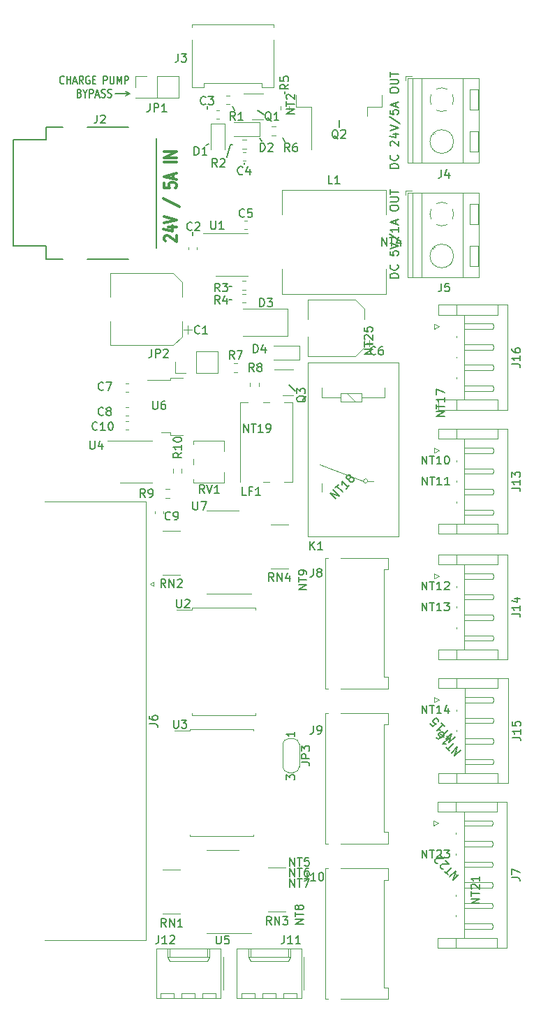
<source format=gbr>
%TF.GenerationSoftware,KiCad,Pcbnew,(6.0.4-0)*%
%TF.CreationDate,2022-05-12T09:35:13+12:00*%
%TF.ProjectId,controller,636f6e74-726f-46c6-9c65-722e6b696361,0.9*%
%TF.SameCoordinates,PX490d2c0PY2ebae40*%
%TF.FileFunction,Legend,Top*%
%TF.FilePolarity,Positive*%
%FSLAX46Y46*%
G04 Gerber Fmt 4.6, Leading zero omitted, Abs format (unit mm)*
G04 Created by KiCad (PCBNEW (6.0.4-0)) date 2022-05-12 09:35:13*
%MOMM*%
%LPD*%
G01*
G04 APERTURE LIST*
%ADD10C,0.150000*%
%ADD11C,0.300000*%
%ADD12C,0.120000*%
%ADD13C,0.127000*%
G04 APERTURE END LIST*
D10*
X23100000Y-35400000D02*
X23400000Y-35400000D01*
X22800000Y-18200000D02*
X23250000Y-16650000D01*
X11030000Y-10436000D02*
X10522000Y-10690000D01*
X20400000Y-11950000D02*
X20450000Y-12300000D01*
X29826000Y-16278000D02*
X29572000Y-15770000D01*
X24900000Y-19050000D02*
X24900000Y-18850000D01*
X11030000Y-10436000D02*
X10522000Y-10182000D01*
X23250000Y-16650000D02*
X23450000Y-16650000D01*
X36400000Y-14500000D02*
X36400000Y-13700000D01*
X20300000Y-16750000D02*
X20650000Y-16550000D01*
X18700000Y-27250000D02*
X18700000Y-27650000D01*
X23730000Y-12468000D02*
X23476000Y-11960000D01*
X9252000Y-10436000D02*
X11030000Y-10436000D01*
X23100000Y-33800000D02*
X23400000Y-33800000D01*
X27286000Y-12976000D02*
X26524000Y-12468000D01*
X31096000Y-46504000D02*
X30334000Y-45742000D01*
X29826000Y-10436000D02*
X29826000Y-10182000D01*
X27050000Y-16200000D02*
X26750000Y-15900000D01*
D11*
X15321428Y-28328571D02*
X15250000Y-28271428D01*
X15178571Y-28157142D01*
X15178571Y-27871428D01*
X15250000Y-27757142D01*
X15321428Y-27700000D01*
X15464285Y-27642857D01*
X15607142Y-27642857D01*
X15821428Y-27700000D01*
X16678571Y-28385714D01*
X16678571Y-27642857D01*
X15678571Y-26614285D02*
X16678571Y-26614285D01*
X15107142Y-26900000D02*
X16178571Y-27185714D01*
X16178571Y-26442857D01*
X15178571Y-26157142D02*
X16678571Y-25757142D01*
X15178571Y-25357142D01*
X15107142Y-23185714D02*
X17035714Y-24214285D01*
X15178571Y-21300000D02*
X15178571Y-21871428D01*
X15892857Y-21928571D01*
X15821428Y-21871428D01*
X15750000Y-21757142D01*
X15750000Y-21471428D01*
X15821428Y-21357142D01*
X15892857Y-21300000D01*
X16035714Y-21242857D01*
X16392857Y-21242857D01*
X16535714Y-21300000D01*
X16607142Y-21357142D01*
X16678571Y-21471428D01*
X16678571Y-21757142D01*
X16607142Y-21871428D01*
X16535714Y-21928571D01*
X16250000Y-20785714D02*
X16250000Y-20214285D01*
X16678571Y-20900000D02*
X15178571Y-20500000D01*
X16678571Y-20100000D01*
X16678571Y-18785714D02*
X15178571Y-18785714D01*
X16678571Y-18214285D02*
X15178571Y-18214285D01*
X16678571Y-17528571D01*
X15178571Y-17528571D01*
D10*
X3054857Y-9226142D02*
X3016761Y-9273761D01*
X2902476Y-9321380D01*
X2826285Y-9321380D01*
X2712000Y-9273761D01*
X2635809Y-9178523D01*
X2597714Y-9083285D01*
X2559619Y-8892809D01*
X2559619Y-8749952D01*
X2597714Y-8559476D01*
X2635809Y-8464238D01*
X2712000Y-8369000D01*
X2826285Y-8321380D01*
X2902476Y-8321380D01*
X3016761Y-8369000D01*
X3054857Y-8416619D01*
X3397714Y-9321380D02*
X3397714Y-8321380D01*
X3397714Y-8797571D02*
X3854857Y-8797571D01*
X3854857Y-9321380D02*
X3854857Y-8321380D01*
X4197714Y-9035666D02*
X4578666Y-9035666D01*
X4121523Y-9321380D02*
X4388190Y-8321380D01*
X4654857Y-9321380D01*
X5378666Y-9321380D02*
X5112000Y-8845190D01*
X4921523Y-9321380D02*
X4921523Y-8321380D01*
X5226285Y-8321380D01*
X5302476Y-8369000D01*
X5340571Y-8416619D01*
X5378666Y-8511857D01*
X5378666Y-8654714D01*
X5340571Y-8749952D01*
X5302476Y-8797571D01*
X5226285Y-8845190D01*
X4921523Y-8845190D01*
X6140571Y-8369000D02*
X6064380Y-8321380D01*
X5950095Y-8321380D01*
X5835809Y-8369000D01*
X5759619Y-8464238D01*
X5721523Y-8559476D01*
X5683428Y-8749952D01*
X5683428Y-8892809D01*
X5721523Y-9083285D01*
X5759619Y-9178523D01*
X5835809Y-9273761D01*
X5950095Y-9321380D01*
X6026285Y-9321380D01*
X6140571Y-9273761D01*
X6178666Y-9226142D01*
X6178666Y-8892809D01*
X6026285Y-8892809D01*
X6521523Y-8797571D02*
X6788190Y-8797571D01*
X6902476Y-9321380D02*
X6521523Y-9321380D01*
X6521523Y-8321380D01*
X6902476Y-8321380D01*
X7854857Y-9321380D02*
X7854857Y-8321380D01*
X8159619Y-8321380D01*
X8235809Y-8369000D01*
X8273904Y-8416619D01*
X8312000Y-8511857D01*
X8312000Y-8654714D01*
X8273904Y-8749952D01*
X8235809Y-8797571D01*
X8159619Y-8845190D01*
X7854857Y-8845190D01*
X8654857Y-8321380D02*
X8654857Y-9130904D01*
X8692952Y-9226142D01*
X8731047Y-9273761D01*
X8807238Y-9321380D01*
X8959619Y-9321380D01*
X9035809Y-9273761D01*
X9073904Y-9226142D01*
X9112000Y-9130904D01*
X9112000Y-8321380D01*
X9492952Y-9321380D02*
X9492952Y-8321380D01*
X9759619Y-9035666D01*
X10026285Y-8321380D01*
X10026285Y-9321380D01*
X10407238Y-9321380D02*
X10407238Y-8321380D01*
X10712000Y-8321380D01*
X10788190Y-8369000D01*
X10826285Y-8416619D01*
X10864380Y-8511857D01*
X10864380Y-8654714D01*
X10826285Y-8749952D01*
X10788190Y-8797571D01*
X10712000Y-8845190D01*
X10407238Y-8845190D01*
X4921523Y-10407571D02*
X5035809Y-10455190D01*
X5073904Y-10502809D01*
X5112000Y-10598047D01*
X5112000Y-10740904D01*
X5073904Y-10836142D01*
X5035809Y-10883761D01*
X4959619Y-10931380D01*
X4654857Y-10931380D01*
X4654857Y-9931380D01*
X4921523Y-9931380D01*
X4997714Y-9979000D01*
X5035809Y-10026619D01*
X5073904Y-10121857D01*
X5073904Y-10217095D01*
X5035809Y-10312333D01*
X4997714Y-10359952D01*
X4921523Y-10407571D01*
X4654857Y-10407571D01*
X5607238Y-10455190D02*
X5607238Y-10931380D01*
X5340571Y-9931380D02*
X5607238Y-10455190D01*
X5873904Y-9931380D01*
X6140571Y-10931380D02*
X6140571Y-9931380D01*
X6445333Y-9931380D01*
X6521523Y-9979000D01*
X6559619Y-10026619D01*
X6597714Y-10121857D01*
X6597714Y-10264714D01*
X6559619Y-10359952D01*
X6521523Y-10407571D01*
X6445333Y-10455190D01*
X6140571Y-10455190D01*
X6902476Y-10645666D02*
X7283428Y-10645666D01*
X6826285Y-10931380D02*
X7092952Y-9931380D01*
X7359619Y-10931380D01*
X7588190Y-10883761D02*
X7702476Y-10931380D01*
X7892952Y-10931380D01*
X7969142Y-10883761D01*
X8007238Y-10836142D01*
X8045333Y-10740904D01*
X8045333Y-10645666D01*
X8007238Y-10550428D01*
X7969142Y-10502809D01*
X7892952Y-10455190D01*
X7740571Y-10407571D01*
X7664380Y-10359952D01*
X7626285Y-10312333D01*
X7588190Y-10217095D01*
X7588190Y-10121857D01*
X7626285Y-10026619D01*
X7664380Y-9979000D01*
X7740571Y-9931380D01*
X7931047Y-9931380D01*
X8045333Y-9979000D01*
X8350095Y-10883761D02*
X8464380Y-10931380D01*
X8654857Y-10931380D01*
X8731047Y-10883761D01*
X8769142Y-10836142D01*
X8807238Y-10740904D01*
X8807238Y-10645666D01*
X8769142Y-10550428D01*
X8731047Y-10502809D01*
X8654857Y-10455190D01*
X8502476Y-10407571D01*
X8426285Y-10359952D01*
X8388190Y-10312333D01*
X8350095Y-10217095D01*
X8350095Y-10121857D01*
X8388190Y-10026619D01*
X8426285Y-9979000D01*
X8502476Y-9931380D01*
X8692952Y-9931380D01*
X8807238Y-9979000D01*
%TO.C,NT22*%
X50955160Y-105083718D02*
X50248053Y-105790825D01*
X50551099Y-104679657D01*
X49843992Y-105386764D01*
X49608290Y-105151062D02*
X49204229Y-104747001D01*
X50113366Y-104241925D02*
X49406259Y-104949031D01*
X49069542Y-104477627D02*
X49002198Y-104477627D01*
X48901183Y-104443955D01*
X48732824Y-104275596D01*
X48699152Y-104174581D01*
X48699152Y-104107238D01*
X48732824Y-104006222D01*
X48800168Y-103938879D01*
X48934855Y-103871535D01*
X49742977Y-103871535D01*
X49305244Y-103433803D01*
X48396107Y-103804192D02*
X48328763Y-103804192D01*
X48227748Y-103770520D01*
X48059389Y-103602161D01*
X48025717Y-103501146D01*
X48025717Y-103433803D01*
X48059389Y-103332787D01*
X48126733Y-103265444D01*
X48261420Y-103198100D01*
X49069542Y-103198100D01*
X48631809Y-102760368D01*
%TO.C,NT14*%
X46494952Y-85602380D02*
X46494952Y-84602380D01*
X47066380Y-85602380D01*
X47066380Y-84602380D01*
X47399714Y-84602380D02*
X47971142Y-84602380D01*
X47685428Y-85602380D02*
X47685428Y-84602380D01*
X48828285Y-85602380D02*
X48256857Y-85602380D01*
X48542571Y-85602380D02*
X48542571Y-84602380D01*
X48447333Y-84745238D01*
X48352095Y-84840476D01*
X48256857Y-84888095D01*
X49685428Y-84935714D02*
X49685428Y-85602380D01*
X49447333Y-84554761D02*
X49209238Y-85269047D01*
X49828285Y-85269047D01*
%TO.C,NT4*%
X41637142Y-28892380D02*
X41637142Y-27892380D01*
X42208571Y-28892380D01*
X42208571Y-27892380D01*
X42541904Y-27892380D02*
X43113333Y-27892380D01*
X42827619Y-28892380D02*
X42827619Y-27892380D01*
X43875238Y-28225714D02*
X43875238Y-28892380D01*
X43637142Y-27844761D02*
X43399047Y-28559047D01*
X44018095Y-28559047D01*
%TO.C,NT23*%
X46494952Y-103128380D02*
X46494952Y-102128380D01*
X47066380Y-103128380D01*
X47066380Y-102128380D01*
X47399714Y-102128380D02*
X47971142Y-102128380D01*
X47685428Y-103128380D02*
X47685428Y-102128380D01*
X48256857Y-102223619D02*
X48304476Y-102176000D01*
X48399714Y-102128380D01*
X48637809Y-102128380D01*
X48733047Y-102176000D01*
X48780666Y-102223619D01*
X48828285Y-102318857D01*
X48828285Y-102414095D01*
X48780666Y-102556952D01*
X48209238Y-103128380D01*
X48828285Y-103128380D01*
X49161619Y-102128380D02*
X49780666Y-102128380D01*
X49447333Y-102509333D01*
X49590190Y-102509333D01*
X49685428Y-102556952D01*
X49733047Y-102604571D01*
X49780666Y-102699809D01*
X49780666Y-102937904D01*
X49733047Y-103033142D01*
X49685428Y-103080761D01*
X49590190Y-103128380D01*
X49304476Y-103128380D01*
X49209238Y-103080761D01*
X49161619Y-103033142D01*
%TO.C,NT16*%
X51158360Y-90046918D02*
X50451253Y-90754025D01*
X50754299Y-89642857D01*
X50047192Y-90349964D01*
X49811490Y-90114262D02*
X49407429Y-89710201D01*
X50316566Y-89205125D02*
X49609459Y-89912231D01*
X49508444Y-88397003D02*
X49912505Y-88801064D01*
X49710474Y-88599033D02*
X49003368Y-89306140D01*
X49171726Y-89272468D01*
X49306413Y-89272468D01*
X49407429Y-89306140D01*
X48195246Y-88498018D02*
X48329933Y-88632705D01*
X48430948Y-88666377D01*
X48498291Y-88666377D01*
X48666650Y-88632705D01*
X48835009Y-88531690D01*
X49104383Y-88262316D01*
X49138055Y-88161300D01*
X49138055Y-88093957D01*
X49104383Y-87992942D01*
X48969696Y-87858255D01*
X48868681Y-87824583D01*
X48801337Y-87824583D01*
X48700322Y-87858255D01*
X48531963Y-88026613D01*
X48498291Y-88127629D01*
X48498291Y-88194972D01*
X48531963Y-88295987D01*
X48666650Y-88430674D01*
X48767665Y-88464346D01*
X48835009Y-88464346D01*
X48936024Y-88430674D01*
%TO.C,NT9*%
X32492780Y-70557657D02*
X31492780Y-70557657D01*
X32492780Y-69986228D01*
X31492780Y-69986228D01*
X31492780Y-69652895D02*
X31492780Y-69081466D01*
X32492780Y-69367180D02*
X31492780Y-69367180D01*
X32492780Y-68700514D02*
X32492780Y-68510038D01*
X32445161Y-68414800D01*
X32397542Y-68367180D01*
X32254685Y-68271942D01*
X32064209Y-68224323D01*
X31683257Y-68224323D01*
X31588019Y-68271942D01*
X31540400Y-68319561D01*
X31492780Y-68414800D01*
X31492780Y-68605276D01*
X31540400Y-68700514D01*
X31588019Y-68748133D01*
X31683257Y-68795752D01*
X31921352Y-68795752D01*
X32016590Y-68748133D01*
X32064209Y-68700514D01*
X32111828Y-68605276D01*
X32111828Y-68414800D01*
X32064209Y-68319561D01*
X32016590Y-68271942D01*
X31921352Y-68224323D01*
%TO.C,NT7*%
X30461142Y-106616380D02*
X30461142Y-105616380D01*
X31032571Y-106616380D01*
X31032571Y-105616380D01*
X31365904Y-105616380D02*
X31937333Y-105616380D01*
X31651619Y-106616380D02*
X31651619Y-105616380D01*
X32175428Y-105616380D02*
X32842095Y-105616380D01*
X32413523Y-106616380D01*
%TO.C,NT11*%
X46540952Y-57916380D02*
X46540952Y-56916380D01*
X47112380Y-57916380D01*
X47112380Y-56916380D01*
X47445714Y-56916380D02*
X48017142Y-56916380D01*
X47731428Y-57916380D02*
X47731428Y-56916380D01*
X48874285Y-57916380D02*
X48302857Y-57916380D01*
X48588571Y-57916380D02*
X48588571Y-56916380D01*
X48493333Y-57059238D01*
X48398095Y-57154476D01*
X48302857Y-57202095D01*
X49826666Y-57916380D02*
X49255238Y-57916380D01*
X49540952Y-57916380D02*
X49540952Y-56916380D01*
X49445714Y-57059238D01*
X49350476Y-57154476D01*
X49255238Y-57202095D01*
%TO.C,NT19*%
X24858952Y-51498380D02*
X24858952Y-50498380D01*
X25430380Y-51498380D01*
X25430380Y-50498380D01*
X25763714Y-50498380D02*
X26335142Y-50498380D01*
X26049428Y-51498380D02*
X26049428Y-50498380D01*
X27192285Y-51498380D02*
X26620857Y-51498380D01*
X26906571Y-51498380D02*
X26906571Y-50498380D01*
X26811333Y-50641238D01*
X26716095Y-50736476D01*
X26620857Y-50784095D01*
X27668476Y-51498380D02*
X27858952Y-51498380D01*
X27954190Y-51450761D01*
X28001809Y-51403142D01*
X28097047Y-51260285D01*
X28144666Y-51069809D01*
X28144666Y-50688857D01*
X28097047Y-50593619D01*
X28049428Y-50546000D01*
X27954190Y-50498380D01*
X27763714Y-50498380D01*
X27668476Y-50546000D01*
X27620857Y-50593619D01*
X27573238Y-50688857D01*
X27573238Y-50926952D01*
X27620857Y-51022190D01*
X27668476Y-51069809D01*
X27763714Y-51117428D01*
X27954190Y-51117428D01*
X28049428Y-51069809D01*
X28097047Y-51022190D01*
X28144666Y-50926952D01*
%TO.C,NT2*%
X31010380Y-12894857D02*
X30010380Y-12894857D01*
X31010380Y-12323428D01*
X30010380Y-12323428D01*
X30010380Y-11990095D02*
X30010380Y-11418666D01*
X31010380Y-11704380D02*
X30010380Y-11704380D01*
X30105619Y-11132952D02*
X30058000Y-11085333D01*
X30010380Y-10990095D01*
X30010380Y-10752000D01*
X30058000Y-10656761D01*
X30105619Y-10609142D01*
X30200857Y-10561523D01*
X30296095Y-10561523D01*
X30438952Y-10609142D01*
X31010380Y-11180571D01*
X31010380Y-10561523D01*
%TO.C,NT17*%
X49196780Y-49596247D02*
X48196780Y-49596247D01*
X49196780Y-49024819D01*
X48196780Y-49024819D01*
X48196780Y-48691485D02*
X48196780Y-48120057D01*
X49196780Y-48405771D02*
X48196780Y-48405771D01*
X49196780Y-47262914D02*
X49196780Y-47834342D01*
X49196780Y-47548628D02*
X48196780Y-47548628D01*
X48339638Y-47643866D01*
X48434876Y-47739104D01*
X48482495Y-47834342D01*
X48196780Y-46929580D02*
X48196780Y-46262914D01*
X49196780Y-46691485D01*
%TO.C,NT25*%
X40468380Y-42027047D02*
X39468380Y-42027047D01*
X40468380Y-41455619D01*
X39468380Y-41455619D01*
X39468380Y-41122285D02*
X39468380Y-40550857D01*
X40468380Y-40836571D02*
X39468380Y-40836571D01*
X39563619Y-40265142D02*
X39516000Y-40217523D01*
X39468380Y-40122285D01*
X39468380Y-39884190D01*
X39516000Y-39788952D01*
X39563619Y-39741333D01*
X39658857Y-39693714D01*
X39754095Y-39693714D01*
X39896952Y-39741333D01*
X40468380Y-40312761D01*
X40468380Y-39693714D01*
X39468380Y-38788952D02*
X39468380Y-39265142D01*
X39944571Y-39312761D01*
X39896952Y-39265142D01*
X39849333Y-39169904D01*
X39849333Y-38931809D01*
X39896952Y-38836571D01*
X39944571Y-38788952D01*
X40039809Y-38741333D01*
X40277904Y-38741333D01*
X40373142Y-38788952D01*
X40420761Y-38836571D01*
X40468380Y-38931809D01*
X40468380Y-39169904D01*
X40420761Y-39265142D01*
X40373142Y-39312761D01*
%TO.C,NT12*%
X46494952Y-70616380D02*
X46494952Y-69616380D01*
X47066380Y-70616380D01*
X47066380Y-69616380D01*
X47399714Y-69616380D02*
X47971142Y-69616380D01*
X47685428Y-70616380D02*
X47685428Y-69616380D01*
X48828285Y-70616380D02*
X48256857Y-70616380D01*
X48542571Y-70616380D02*
X48542571Y-69616380D01*
X48447333Y-69759238D01*
X48352095Y-69854476D01*
X48256857Y-69902095D01*
X49209238Y-69711619D02*
X49256857Y-69664000D01*
X49352095Y-69616380D01*
X49590190Y-69616380D01*
X49685428Y-69664000D01*
X49733047Y-69711619D01*
X49780666Y-69806857D01*
X49780666Y-69902095D01*
X49733047Y-70044952D01*
X49161619Y-70616380D01*
X49780666Y-70616380D01*
%TO.C,NT8*%
X32086380Y-111146857D02*
X31086380Y-111146857D01*
X32086380Y-110575428D01*
X31086380Y-110575428D01*
X31086380Y-110242095D02*
X31086380Y-109670666D01*
X32086380Y-109956380D02*
X31086380Y-109956380D01*
X31514952Y-109194476D02*
X31467333Y-109289714D01*
X31419714Y-109337333D01*
X31324476Y-109384952D01*
X31276857Y-109384952D01*
X31181619Y-109337333D01*
X31134000Y-109289714D01*
X31086380Y-109194476D01*
X31086380Y-109004000D01*
X31134000Y-108908761D01*
X31181619Y-108861142D01*
X31276857Y-108813523D01*
X31324476Y-108813523D01*
X31419714Y-108861142D01*
X31467333Y-108908761D01*
X31514952Y-109004000D01*
X31514952Y-109194476D01*
X31562571Y-109289714D01*
X31610190Y-109337333D01*
X31705428Y-109384952D01*
X31895904Y-109384952D01*
X31991142Y-109337333D01*
X32038761Y-109289714D01*
X32086380Y-109194476D01*
X32086380Y-109004000D01*
X32038761Y-108908761D01*
X31991142Y-108861142D01*
X31895904Y-108813523D01*
X31705428Y-108813523D01*
X31610190Y-108861142D01*
X31562571Y-108908761D01*
X31514952Y-109004000D01*
%TO.C,NT10*%
X46494952Y-55376380D02*
X46494952Y-54376380D01*
X47066380Y-55376380D01*
X47066380Y-54376380D01*
X47399714Y-54376380D02*
X47971142Y-54376380D01*
X47685428Y-55376380D02*
X47685428Y-54376380D01*
X48828285Y-55376380D02*
X48256857Y-55376380D01*
X48542571Y-55376380D02*
X48542571Y-54376380D01*
X48447333Y-54519238D01*
X48352095Y-54614476D01*
X48256857Y-54662095D01*
X49447333Y-54376380D02*
X49542571Y-54376380D01*
X49637809Y-54424000D01*
X49685428Y-54471619D01*
X49733047Y-54566857D01*
X49780666Y-54757333D01*
X49780666Y-54995428D01*
X49733047Y-55185904D01*
X49685428Y-55281142D01*
X49637809Y-55328761D01*
X49542571Y-55376380D01*
X49447333Y-55376380D01*
X49352095Y-55328761D01*
X49304476Y-55281142D01*
X49256857Y-55185904D01*
X49209238Y-54995428D01*
X49209238Y-54757333D01*
X49256857Y-54566857D01*
X49304476Y-54471619D01*
X49352095Y-54424000D01*
X49447333Y-54376380D01*
%TO.C,NT15*%
X50483960Y-88405718D02*
X49776853Y-89112825D01*
X50079899Y-88001657D01*
X49372792Y-88708764D01*
X49137090Y-88473062D02*
X48733029Y-88069001D01*
X49642166Y-87563925D02*
X48935059Y-88271031D01*
X48834044Y-86755803D02*
X49238105Y-87159864D01*
X49036074Y-86957833D02*
X48328968Y-87664940D01*
X48497326Y-87631268D01*
X48632013Y-87631268D01*
X48733029Y-87664940D01*
X47487174Y-86823146D02*
X47823891Y-87159864D01*
X48194281Y-86856818D01*
X48126937Y-86856818D01*
X48025922Y-86823146D01*
X47857563Y-86654787D01*
X47823891Y-86553772D01*
X47823891Y-86486429D01*
X47857563Y-86385413D01*
X48025922Y-86217055D01*
X48126937Y-86183383D01*
X48194281Y-86183383D01*
X48295296Y-86217055D01*
X48463655Y-86385413D01*
X48497326Y-86486429D01*
X48497326Y-86553772D01*
%TO.C,NT21*%
X53422380Y-108625847D02*
X52422380Y-108625847D01*
X53422380Y-108054419D01*
X52422380Y-108054419D01*
X52422380Y-107721085D02*
X52422380Y-107149657D01*
X53422380Y-107435371D02*
X52422380Y-107435371D01*
X52517619Y-106863942D02*
X52470000Y-106816323D01*
X52422380Y-106721085D01*
X52422380Y-106482990D01*
X52470000Y-106387752D01*
X52517619Y-106340133D01*
X52612857Y-106292514D01*
X52708095Y-106292514D01*
X52850952Y-106340133D01*
X53422380Y-106911561D01*
X53422380Y-106292514D01*
X53422380Y-105340133D02*
X53422380Y-105911561D01*
X53422380Y-105625847D02*
X52422380Y-105625847D01*
X52565238Y-105721085D01*
X52660476Y-105816323D01*
X52708095Y-105911561D01*
%TO.C,NT18*%
X36006603Y-59597082D02*
X35299496Y-58889975D01*
X36410664Y-59193021D01*
X35703557Y-58485914D01*
X35939259Y-58250212D02*
X36343320Y-57846151D01*
X36848396Y-58755288D02*
X36141290Y-58048181D01*
X37656518Y-57947166D02*
X37252457Y-58351227D01*
X37454488Y-58149196D02*
X36747381Y-57442090D01*
X36781053Y-57610448D01*
X36781053Y-57745135D01*
X36747381Y-57846151D01*
X37656518Y-57139044D02*
X37555503Y-57172716D01*
X37488160Y-57172716D01*
X37387144Y-57139044D01*
X37353473Y-57105372D01*
X37319801Y-57004357D01*
X37319801Y-56937013D01*
X37353473Y-56835998D01*
X37488160Y-56701311D01*
X37589175Y-56667639D01*
X37656518Y-56667639D01*
X37757534Y-56701311D01*
X37791205Y-56734983D01*
X37824877Y-56835998D01*
X37824877Y-56903342D01*
X37791205Y-57004357D01*
X37656518Y-57139044D01*
X37622847Y-57240059D01*
X37622847Y-57307403D01*
X37656518Y-57408418D01*
X37791205Y-57543105D01*
X37892221Y-57576777D01*
X37959564Y-57576777D01*
X38060579Y-57543105D01*
X38195266Y-57408418D01*
X38228938Y-57307403D01*
X38228938Y-57240059D01*
X38195266Y-57139044D01*
X38060579Y-57004357D01*
X37959564Y-56970685D01*
X37892221Y-56970685D01*
X37791205Y-57004357D01*
%TO.C,NT13*%
X46494952Y-73156380D02*
X46494952Y-72156380D01*
X47066380Y-73156380D01*
X47066380Y-72156380D01*
X47399714Y-72156380D02*
X47971142Y-72156380D01*
X47685428Y-73156380D02*
X47685428Y-72156380D01*
X48828285Y-73156380D02*
X48256857Y-73156380D01*
X48542571Y-73156380D02*
X48542571Y-72156380D01*
X48447333Y-72299238D01*
X48352095Y-72394476D01*
X48256857Y-72442095D01*
X49161619Y-72156380D02*
X49780666Y-72156380D01*
X49447333Y-72537333D01*
X49590190Y-72537333D01*
X49685428Y-72584952D01*
X49733047Y-72632571D01*
X49780666Y-72727809D01*
X49780666Y-72965904D01*
X49733047Y-73061142D01*
X49685428Y-73108761D01*
X49590190Y-73156380D01*
X49304476Y-73156380D01*
X49209238Y-73108761D01*
X49161619Y-73061142D01*
%TO.C,NT5*%
X30461142Y-104076380D02*
X30461142Y-103076380D01*
X31032571Y-104076380D01*
X31032571Y-103076380D01*
X31365904Y-103076380D02*
X31937333Y-103076380D01*
X31651619Y-104076380D02*
X31651619Y-103076380D01*
X32746857Y-103076380D02*
X32270666Y-103076380D01*
X32223047Y-103552571D01*
X32270666Y-103504952D01*
X32365904Y-103457333D01*
X32604000Y-103457333D01*
X32699238Y-103504952D01*
X32746857Y-103552571D01*
X32794476Y-103647809D01*
X32794476Y-103885904D01*
X32746857Y-103981142D01*
X32699238Y-104028761D01*
X32604000Y-104076380D01*
X32365904Y-104076380D01*
X32270666Y-104028761D01*
X32223047Y-103981142D01*
%TO.C,NT6*%
X30461142Y-105346380D02*
X30461142Y-104346380D01*
X31032571Y-105346380D01*
X31032571Y-104346380D01*
X31365904Y-104346380D02*
X31937333Y-104346380D01*
X31651619Y-105346380D02*
X31651619Y-104346380D01*
X32699238Y-104346380D02*
X32508761Y-104346380D01*
X32413523Y-104394000D01*
X32365904Y-104441619D01*
X32270666Y-104584476D01*
X32223047Y-104774952D01*
X32223047Y-105155904D01*
X32270666Y-105251142D01*
X32318285Y-105298761D01*
X32413523Y-105346380D01*
X32604000Y-105346380D01*
X32699238Y-105298761D01*
X32746857Y-105251142D01*
X32794476Y-105155904D01*
X32794476Y-104917809D01*
X32746857Y-104822571D01*
X32699238Y-104774952D01*
X32604000Y-104727333D01*
X32413523Y-104727333D01*
X32318285Y-104774952D01*
X32270666Y-104822571D01*
X32223047Y-104917809D01*
%TO.C,C6*%
X40835333Y-42035142D02*
X40787714Y-42082761D01*
X40644857Y-42130380D01*
X40549619Y-42130380D01*
X40406761Y-42082761D01*
X40311523Y-41987523D01*
X40263904Y-41892285D01*
X40216285Y-41701809D01*
X40216285Y-41558952D01*
X40263904Y-41368476D01*
X40311523Y-41273238D01*
X40406761Y-41178000D01*
X40549619Y-41130380D01*
X40644857Y-41130380D01*
X40787714Y-41178000D01*
X40835333Y-41225619D01*
X41692476Y-41130380D02*
X41502000Y-41130380D01*
X41406761Y-41178000D01*
X41359142Y-41225619D01*
X41263904Y-41368476D01*
X41216285Y-41558952D01*
X41216285Y-41939904D01*
X41263904Y-42035142D01*
X41311523Y-42082761D01*
X41406761Y-42130380D01*
X41597238Y-42130380D01*
X41692476Y-42082761D01*
X41740095Y-42035142D01*
X41787714Y-41939904D01*
X41787714Y-41701809D01*
X41740095Y-41606571D01*
X41692476Y-41558952D01*
X41597238Y-41511333D01*
X41406761Y-41511333D01*
X41311523Y-41558952D01*
X41263904Y-41606571D01*
X41216285Y-41701809D01*
%TO.C,C3*%
X20233333Y-11707142D02*
X20185714Y-11754761D01*
X20042857Y-11802380D01*
X19947619Y-11802380D01*
X19804761Y-11754761D01*
X19709523Y-11659523D01*
X19661904Y-11564285D01*
X19614285Y-11373809D01*
X19614285Y-11230952D01*
X19661904Y-11040476D01*
X19709523Y-10945238D01*
X19804761Y-10850000D01*
X19947619Y-10802380D01*
X20042857Y-10802380D01*
X20185714Y-10850000D01*
X20233333Y-10897619D01*
X20566666Y-10802380D02*
X21185714Y-10802380D01*
X20852380Y-11183333D01*
X20995238Y-11183333D01*
X21090476Y-11230952D01*
X21138095Y-11278571D01*
X21185714Y-11373809D01*
X21185714Y-11611904D01*
X21138095Y-11707142D01*
X21090476Y-11754761D01*
X20995238Y-11802380D01*
X20709523Y-11802380D01*
X20614285Y-11754761D01*
X20566666Y-11707142D01*
%TO.C,J10*%
X32572476Y-104884380D02*
X32572476Y-105598666D01*
X32524857Y-105741523D01*
X32429619Y-105836761D01*
X32286761Y-105884380D01*
X32191523Y-105884380D01*
X33572476Y-105884380D02*
X33001047Y-105884380D01*
X33286761Y-105884380D02*
X33286761Y-104884380D01*
X33191523Y-105027238D01*
X33096285Y-105122476D01*
X33001047Y-105170095D01*
X34191523Y-104884380D02*
X34286761Y-104884380D01*
X34382000Y-104932000D01*
X34429619Y-104979619D01*
X34477238Y-105074857D01*
X34524857Y-105265333D01*
X34524857Y-105503428D01*
X34477238Y-105693904D01*
X34429619Y-105789142D01*
X34382000Y-105836761D01*
X34286761Y-105884380D01*
X34191523Y-105884380D01*
X34096285Y-105836761D01*
X34048666Y-105789142D01*
X34001047Y-105693904D01*
X33953428Y-105503428D01*
X33953428Y-105265333D01*
X34001047Y-105074857D01*
X34048666Y-104979619D01*
X34096285Y-104932000D01*
X34191523Y-104884380D01*
%TO.C,RN2*%
X15390523Y-70324380D02*
X15057190Y-69848190D01*
X14819095Y-70324380D02*
X14819095Y-69324380D01*
X15200047Y-69324380D01*
X15295285Y-69372000D01*
X15342904Y-69419619D01*
X15390523Y-69514857D01*
X15390523Y-69657714D01*
X15342904Y-69752952D01*
X15295285Y-69800571D01*
X15200047Y-69848190D01*
X14819095Y-69848190D01*
X15819095Y-70324380D02*
X15819095Y-69324380D01*
X16390523Y-70324380D01*
X16390523Y-69324380D01*
X16819095Y-69419619D02*
X16866714Y-69372000D01*
X16961952Y-69324380D01*
X17200047Y-69324380D01*
X17295285Y-69372000D01*
X17342904Y-69419619D01*
X17390523Y-69514857D01*
X17390523Y-69610095D01*
X17342904Y-69752952D01*
X16771476Y-70324380D01*
X17390523Y-70324380D01*
%TO.C,JP1*%
X13493666Y-11666380D02*
X13493666Y-12380666D01*
X13446047Y-12523523D01*
X13350809Y-12618761D01*
X13207952Y-12666380D01*
X13112714Y-12666380D01*
X13969857Y-12666380D02*
X13969857Y-11666380D01*
X14350809Y-11666380D01*
X14446047Y-11714000D01*
X14493666Y-11761619D01*
X14541285Y-11856857D01*
X14541285Y-11999714D01*
X14493666Y-12094952D01*
X14446047Y-12142571D01*
X14350809Y-12190190D01*
X13969857Y-12190190D01*
X15493666Y-12666380D02*
X14922238Y-12666380D01*
X15207952Y-12666380D02*
X15207952Y-11666380D01*
X15112714Y-11809238D01*
X15017476Y-11904476D01*
X14922238Y-11952095D01*
%TO.C,J4*%
X48817666Y-19695380D02*
X48817666Y-20409666D01*
X48770047Y-20552523D01*
X48674809Y-20647761D01*
X48531952Y-20695380D01*
X48436714Y-20695380D01*
X49722428Y-20028714D02*
X49722428Y-20695380D01*
X49484333Y-19647761D02*
X49246238Y-20362047D01*
X49865285Y-20362047D01*
X43603380Y-19504904D02*
X42603380Y-19504904D01*
X42603380Y-19266809D01*
X42651000Y-19123952D01*
X42746238Y-19028714D01*
X42841476Y-18981095D01*
X43031952Y-18933476D01*
X43174809Y-18933476D01*
X43365285Y-18981095D01*
X43460523Y-19028714D01*
X43555761Y-19123952D01*
X43603380Y-19266809D01*
X43603380Y-19504904D01*
X43508142Y-17933476D02*
X43555761Y-17981095D01*
X43603380Y-18123952D01*
X43603380Y-18219190D01*
X43555761Y-18362047D01*
X43460523Y-18457285D01*
X43365285Y-18504904D01*
X43174809Y-18552523D01*
X43031952Y-18552523D01*
X42841476Y-18504904D01*
X42746238Y-18457285D01*
X42651000Y-18362047D01*
X42603380Y-18219190D01*
X42603380Y-18123952D01*
X42651000Y-17981095D01*
X42698619Y-17933476D01*
X42698619Y-16790619D02*
X42651000Y-16743000D01*
X42603380Y-16647761D01*
X42603380Y-16409666D01*
X42651000Y-16314428D01*
X42698619Y-16266809D01*
X42793857Y-16219190D01*
X42889095Y-16219190D01*
X43031952Y-16266809D01*
X43603380Y-16838238D01*
X43603380Y-16219190D01*
X42936714Y-15362047D02*
X43603380Y-15362047D01*
X42555761Y-15600142D02*
X43270047Y-15838238D01*
X43270047Y-15219190D01*
X42603380Y-14981095D02*
X43603380Y-14647761D01*
X42603380Y-14314428D01*
X42555761Y-13266809D02*
X43841476Y-14123952D01*
X42603380Y-12457285D02*
X42603380Y-12933476D01*
X43079571Y-12981095D01*
X43031952Y-12933476D01*
X42984333Y-12838238D01*
X42984333Y-12600142D01*
X43031952Y-12504904D01*
X43079571Y-12457285D01*
X43174809Y-12409666D01*
X43412904Y-12409666D01*
X43508142Y-12457285D01*
X43555761Y-12504904D01*
X43603380Y-12600142D01*
X43603380Y-12838238D01*
X43555761Y-12933476D01*
X43508142Y-12981095D01*
X43317666Y-12028714D02*
X43317666Y-11552523D01*
X43603380Y-12123952D02*
X42603380Y-11790619D01*
X43603380Y-11457285D01*
X42603380Y-10171571D02*
X42603380Y-9981095D01*
X42651000Y-9885857D01*
X42746238Y-9790619D01*
X42936714Y-9743000D01*
X43270047Y-9743000D01*
X43460523Y-9790619D01*
X43555761Y-9885857D01*
X43603380Y-9981095D01*
X43603380Y-10171571D01*
X43555761Y-10266809D01*
X43460523Y-10362047D01*
X43270047Y-10409666D01*
X42936714Y-10409666D01*
X42746238Y-10362047D01*
X42651000Y-10266809D01*
X42603380Y-10171571D01*
X42603380Y-9314428D02*
X43412904Y-9314428D01*
X43508142Y-9266809D01*
X43555761Y-9219190D01*
X43603380Y-9123952D01*
X43603380Y-8933476D01*
X43555761Y-8838238D01*
X43508142Y-8790619D01*
X43412904Y-8743000D01*
X42603380Y-8743000D01*
X42603380Y-8409666D02*
X42603380Y-7838238D01*
X43603380Y-8123952D02*
X42603380Y-8123952D01*
%TO.C,J3*%
X16891666Y-5621380D02*
X16891666Y-6335666D01*
X16844047Y-6478523D01*
X16748809Y-6573761D01*
X16605952Y-6621380D01*
X16510714Y-6621380D01*
X17272619Y-5621380D02*
X17891666Y-5621380D01*
X17558333Y-6002333D01*
X17701190Y-6002333D01*
X17796428Y-6049952D01*
X17844047Y-6097571D01*
X17891666Y-6192809D01*
X17891666Y-6430904D01*
X17844047Y-6526142D01*
X17796428Y-6573761D01*
X17701190Y-6621380D01*
X17415476Y-6621380D01*
X17320238Y-6573761D01*
X17272619Y-6526142D01*
%TO.C,RV1*%
X20086761Y-58894380D02*
X19753428Y-58418190D01*
X19515333Y-58894380D02*
X19515333Y-57894380D01*
X19896285Y-57894380D01*
X19991523Y-57942000D01*
X20039142Y-57989619D01*
X20086761Y-58084857D01*
X20086761Y-58227714D01*
X20039142Y-58322952D01*
X19991523Y-58370571D01*
X19896285Y-58418190D01*
X19515333Y-58418190D01*
X20372476Y-57894380D02*
X20705809Y-58894380D01*
X21039142Y-57894380D01*
X21896285Y-58894380D02*
X21324857Y-58894380D01*
X21610571Y-58894380D02*
X21610571Y-57894380D01*
X21515333Y-58037238D01*
X21420095Y-58132476D01*
X21324857Y-58180095D01*
%TO.C,R7*%
X23709333Y-42638380D02*
X23376000Y-42162190D01*
X23137904Y-42638380D02*
X23137904Y-41638380D01*
X23518857Y-41638380D01*
X23614095Y-41686000D01*
X23661714Y-41733619D01*
X23709333Y-41828857D01*
X23709333Y-41971714D01*
X23661714Y-42066952D01*
X23614095Y-42114571D01*
X23518857Y-42162190D01*
X23137904Y-42162190D01*
X24042666Y-41638380D02*
X24709333Y-41638380D01*
X24280761Y-42638380D01*
%TO.C,U3*%
X16364095Y-86393180D02*
X16364095Y-87202704D01*
X16411714Y-87297942D01*
X16459333Y-87345561D01*
X16554571Y-87393180D01*
X16745047Y-87393180D01*
X16840285Y-87345561D01*
X16887904Y-87297942D01*
X16935523Y-87202704D01*
X16935523Y-86393180D01*
X17316476Y-86393180D02*
X17935523Y-86393180D01*
X17602190Y-86774133D01*
X17745047Y-86774133D01*
X17840285Y-86821752D01*
X17887904Y-86869371D01*
X17935523Y-86964609D01*
X17935523Y-87202704D01*
X17887904Y-87297942D01*
X17840285Y-87345561D01*
X17745047Y-87393180D01*
X17459333Y-87393180D01*
X17364095Y-87345561D01*
X17316476Y-87297942D01*
%TO.C,J15*%
X57436380Y-88507523D02*
X58150666Y-88507523D01*
X58293523Y-88555142D01*
X58388761Y-88650380D01*
X58436380Y-88793238D01*
X58436380Y-88888476D01*
X58436380Y-87507523D02*
X58436380Y-88078952D01*
X58436380Y-87793238D02*
X57436380Y-87793238D01*
X57579238Y-87888476D01*
X57674476Y-87983714D01*
X57722095Y-88078952D01*
X57436380Y-86602761D02*
X57436380Y-87078952D01*
X57912571Y-87126571D01*
X57864952Y-87078952D01*
X57817333Y-86983714D01*
X57817333Y-86745619D01*
X57864952Y-86650380D01*
X57912571Y-86602761D01*
X58007809Y-86555142D01*
X58245904Y-86555142D01*
X58341142Y-86602761D01*
X58388761Y-86650380D01*
X58436380Y-86745619D01*
X58436380Y-86983714D01*
X58388761Y-87078952D01*
X58341142Y-87126571D01*
%TO.C,U6*%
X13824095Y-47734380D02*
X13824095Y-48543904D01*
X13871714Y-48639142D01*
X13919333Y-48686761D01*
X14014571Y-48734380D01*
X14205047Y-48734380D01*
X14300285Y-48686761D01*
X14347904Y-48639142D01*
X14395523Y-48543904D01*
X14395523Y-47734380D01*
X15300285Y-47734380D02*
X15109809Y-47734380D01*
X15014571Y-47782000D01*
X14966952Y-47829619D01*
X14871714Y-47972476D01*
X14824095Y-48162952D01*
X14824095Y-48543904D01*
X14871714Y-48639142D01*
X14919333Y-48686761D01*
X15014571Y-48734380D01*
X15205047Y-48734380D01*
X15300285Y-48686761D01*
X15347904Y-48639142D01*
X15395523Y-48543904D01*
X15395523Y-48305809D01*
X15347904Y-48210571D01*
X15300285Y-48162952D01*
X15205047Y-48115333D01*
X15014571Y-48115333D01*
X14919333Y-48162952D01*
X14871714Y-48210571D01*
X14824095Y-48305809D01*
%TO.C,R4*%
X21933333Y-35952380D02*
X21600000Y-35476190D01*
X21361904Y-35952380D02*
X21361904Y-34952380D01*
X21742857Y-34952380D01*
X21838095Y-35000000D01*
X21885714Y-35047619D01*
X21933333Y-35142857D01*
X21933333Y-35285714D01*
X21885714Y-35380952D01*
X21838095Y-35428571D01*
X21742857Y-35476190D01*
X21361904Y-35476190D01*
X22790476Y-35285714D02*
X22790476Y-35952380D01*
X22552380Y-34904761D02*
X22314285Y-35619047D01*
X22933333Y-35619047D01*
%TO.C,R5*%
X30278380Y-9332666D02*
X29802190Y-9666000D01*
X30278380Y-9904095D02*
X29278380Y-9904095D01*
X29278380Y-9523142D01*
X29326000Y-9427904D01*
X29373619Y-9380285D01*
X29468857Y-9332666D01*
X29611714Y-9332666D01*
X29706952Y-9380285D01*
X29754571Y-9427904D01*
X29802190Y-9523142D01*
X29802190Y-9904095D01*
X29278380Y-8427904D02*
X29278380Y-8904095D01*
X29754571Y-8951714D01*
X29706952Y-8904095D01*
X29659333Y-8808857D01*
X29659333Y-8570761D01*
X29706952Y-8475523D01*
X29754571Y-8427904D01*
X29849809Y-8380285D01*
X30087904Y-8380285D01*
X30183142Y-8427904D01*
X30230761Y-8475523D01*
X30278380Y-8570761D01*
X30278380Y-8808857D01*
X30230761Y-8904095D01*
X30183142Y-8951714D01*
%TO.C,C10*%
X7085142Y-51179142D02*
X7037523Y-51226761D01*
X6894666Y-51274380D01*
X6799428Y-51274380D01*
X6656571Y-51226761D01*
X6561333Y-51131523D01*
X6513714Y-51036285D01*
X6466095Y-50845809D01*
X6466095Y-50702952D01*
X6513714Y-50512476D01*
X6561333Y-50417238D01*
X6656571Y-50322000D01*
X6799428Y-50274380D01*
X6894666Y-50274380D01*
X7037523Y-50322000D01*
X7085142Y-50369619D01*
X8037523Y-51274380D02*
X7466095Y-51274380D01*
X7751809Y-51274380D02*
X7751809Y-50274380D01*
X7656571Y-50417238D01*
X7561333Y-50512476D01*
X7466095Y-50560095D01*
X8656571Y-50274380D02*
X8751809Y-50274380D01*
X8847047Y-50322000D01*
X8894666Y-50369619D01*
X8942285Y-50464857D01*
X8989904Y-50655333D01*
X8989904Y-50893428D01*
X8942285Y-51083904D01*
X8894666Y-51179142D01*
X8847047Y-51226761D01*
X8751809Y-51274380D01*
X8656571Y-51274380D01*
X8561333Y-51226761D01*
X8513714Y-51179142D01*
X8466095Y-51083904D01*
X8418476Y-50893428D01*
X8418476Y-50655333D01*
X8466095Y-50464857D01*
X8513714Y-50369619D01*
X8561333Y-50322000D01*
X8656571Y-50274380D01*
%TO.C,R9*%
X12895333Y-59402380D02*
X12562000Y-58926190D01*
X12323904Y-59402380D02*
X12323904Y-58402380D01*
X12704857Y-58402380D01*
X12800095Y-58450000D01*
X12847714Y-58497619D01*
X12895333Y-58592857D01*
X12895333Y-58735714D01*
X12847714Y-58830952D01*
X12800095Y-58878571D01*
X12704857Y-58926190D01*
X12323904Y-58926190D01*
X13371523Y-59402380D02*
X13562000Y-59402380D01*
X13657238Y-59354761D01*
X13704857Y-59307142D01*
X13800095Y-59164285D01*
X13847714Y-58973809D01*
X13847714Y-58592857D01*
X13800095Y-58497619D01*
X13752476Y-58450000D01*
X13657238Y-58402380D01*
X13466761Y-58402380D01*
X13371523Y-58450000D01*
X13323904Y-58497619D01*
X13276285Y-58592857D01*
X13276285Y-58830952D01*
X13323904Y-58926190D01*
X13371523Y-58973809D01*
X13466761Y-59021428D01*
X13657238Y-59021428D01*
X13752476Y-58973809D01*
X13800095Y-58926190D01*
X13847714Y-58830952D01*
%TO.C,L1*%
X35633333Y-21402380D02*
X35157142Y-21402380D01*
X35157142Y-20402380D01*
X36490476Y-21402380D02*
X35919047Y-21402380D01*
X36204761Y-21402380D02*
X36204761Y-20402380D01*
X36109523Y-20545238D01*
X36014285Y-20640476D01*
X35919047Y-20688095D01*
%TO.C,J11*%
X29778476Y-112504380D02*
X29778476Y-113218666D01*
X29730857Y-113361523D01*
X29635619Y-113456761D01*
X29492761Y-113504380D01*
X29397523Y-113504380D01*
X30778476Y-113504380D02*
X30207047Y-113504380D01*
X30492761Y-113504380D02*
X30492761Y-112504380D01*
X30397523Y-112647238D01*
X30302285Y-112742476D01*
X30207047Y-112790095D01*
X31730857Y-113504380D02*
X31159428Y-113504380D01*
X31445142Y-113504380D02*
X31445142Y-112504380D01*
X31349904Y-112647238D01*
X31254666Y-112742476D01*
X31159428Y-112790095D01*
%TO.C,J14*%
X57390380Y-73521523D02*
X58104666Y-73521523D01*
X58247523Y-73569142D01*
X58342761Y-73664380D01*
X58390380Y-73807238D01*
X58390380Y-73902476D01*
X58390380Y-72521523D02*
X58390380Y-73092952D01*
X58390380Y-72807238D02*
X57390380Y-72807238D01*
X57533238Y-72902476D01*
X57628476Y-72997714D01*
X57676095Y-73092952D01*
X57723714Y-71664380D02*
X58390380Y-71664380D01*
X57342761Y-71902476D02*
X58057047Y-72140571D01*
X58057047Y-71521523D01*
%TO.C,Q2*%
X36304761Y-15947619D02*
X36209523Y-15900000D01*
X36114285Y-15804761D01*
X35971428Y-15661904D01*
X35876190Y-15614285D01*
X35780952Y-15614285D01*
X35828571Y-15852380D02*
X35733333Y-15804761D01*
X35638095Y-15709523D01*
X35590476Y-15519047D01*
X35590476Y-15185714D01*
X35638095Y-14995238D01*
X35733333Y-14900000D01*
X35828571Y-14852380D01*
X36019047Y-14852380D01*
X36114285Y-14900000D01*
X36209523Y-14995238D01*
X36257142Y-15185714D01*
X36257142Y-15519047D01*
X36209523Y-15709523D01*
X36114285Y-15804761D01*
X36019047Y-15852380D01*
X35828571Y-15852380D01*
X36638095Y-14947619D02*
X36685714Y-14900000D01*
X36780952Y-14852380D01*
X37019047Y-14852380D01*
X37114285Y-14900000D01*
X37161904Y-14947619D01*
X37209523Y-15042857D01*
X37209523Y-15138095D01*
X37161904Y-15280952D01*
X36590476Y-15852380D01*
X37209523Y-15852380D01*
%TO.C,D2*%
X26861904Y-17452380D02*
X26861904Y-16452380D01*
X27100000Y-16452380D01*
X27242857Y-16500000D01*
X27338095Y-16595238D01*
X27385714Y-16690476D01*
X27433333Y-16880952D01*
X27433333Y-17023809D01*
X27385714Y-17214285D01*
X27338095Y-17309523D01*
X27242857Y-17404761D01*
X27100000Y-17452380D01*
X26861904Y-17452380D01*
X27814285Y-16547619D02*
X27861904Y-16500000D01*
X27957142Y-16452380D01*
X28195238Y-16452380D01*
X28290476Y-16500000D01*
X28338095Y-16547619D01*
X28385714Y-16642857D01*
X28385714Y-16738095D01*
X28338095Y-16880952D01*
X27766666Y-17452380D01*
X28385714Y-17452380D01*
%TO.C,D1*%
X18861904Y-17902380D02*
X18861904Y-16902380D01*
X19100000Y-16902380D01*
X19242857Y-16950000D01*
X19338095Y-17045238D01*
X19385714Y-17140476D01*
X19433333Y-17330952D01*
X19433333Y-17473809D01*
X19385714Y-17664285D01*
X19338095Y-17759523D01*
X19242857Y-17854761D01*
X19100000Y-17902380D01*
X18861904Y-17902380D01*
X20385714Y-17902380D02*
X19814285Y-17902380D01*
X20100000Y-17902380D02*
X20100000Y-16902380D01*
X20004761Y-17045238D01*
X19909523Y-17140476D01*
X19814285Y-17188095D01*
%TO.C,R2*%
X21633333Y-19352380D02*
X21300000Y-18876190D01*
X21061904Y-19352380D02*
X21061904Y-18352380D01*
X21442857Y-18352380D01*
X21538095Y-18400000D01*
X21585714Y-18447619D01*
X21633333Y-18542857D01*
X21633333Y-18685714D01*
X21585714Y-18780952D01*
X21538095Y-18828571D01*
X21442857Y-18876190D01*
X21061904Y-18876190D01*
X22014285Y-18447619D02*
X22061904Y-18400000D01*
X22157142Y-18352380D01*
X22395238Y-18352380D01*
X22490476Y-18400000D01*
X22538095Y-18447619D01*
X22585714Y-18542857D01*
X22585714Y-18638095D01*
X22538095Y-18780952D01*
X21966666Y-19352380D01*
X22585714Y-19352380D01*
%TO.C,R8*%
X26103333Y-44162380D02*
X25770000Y-43686190D01*
X25531904Y-44162380D02*
X25531904Y-43162380D01*
X25912857Y-43162380D01*
X26008095Y-43210000D01*
X26055714Y-43257619D01*
X26103333Y-43352857D01*
X26103333Y-43495714D01*
X26055714Y-43590952D01*
X26008095Y-43638571D01*
X25912857Y-43686190D01*
X25531904Y-43686190D01*
X26674761Y-43590952D02*
X26579523Y-43543333D01*
X26531904Y-43495714D01*
X26484285Y-43400476D01*
X26484285Y-43352857D01*
X26531904Y-43257619D01*
X26579523Y-43210000D01*
X26674761Y-43162380D01*
X26865238Y-43162380D01*
X26960476Y-43210000D01*
X27008095Y-43257619D01*
X27055714Y-43352857D01*
X27055714Y-43400476D01*
X27008095Y-43495714D01*
X26960476Y-43543333D01*
X26865238Y-43590952D01*
X26674761Y-43590952D01*
X26579523Y-43638571D01*
X26531904Y-43686190D01*
X26484285Y-43781428D01*
X26484285Y-43971904D01*
X26531904Y-44067142D01*
X26579523Y-44114761D01*
X26674761Y-44162380D01*
X26865238Y-44162380D01*
X26960476Y-44114761D01*
X27008095Y-44067142D01*
X27055714Y-43971904D01*
X27055714Y-43781428D01*
X27008095Y-43686190D01*
X26960476Y-43638571D01*
X26865238Y-43590952D01*
%TO.C,C1*%
X19499333Y-39495142D02*
X19451714Y-39542761D01*
X19308857Y-39590380D01*
X19213619Y-39590380D01*
X19070761Y-39542761D01*
X18975523Y-39447523D01*
X18927904Y-39352285D01*
X18880285Y-39161809D01*
X18880285Y-39018952D01*
X18927904Y-38828476D01*
X18975523Y-38733238D01*
X19070761Y-38638000D01*
X19213619Y-38590380D01*
X19308857Y-38590380D01*
X19451714Y-38638000D01*
X19499333Y-38685619D01*
X20451714Y-39590380D02*
X19880285Y-39590380D01*
X20166000Y-39590380D02*
X20166000Y-38590380D01*
X20070761Y-38733238D01*
X19975523Y-38828476D01*
X19880285Y-38876095D01*
%TO.C,LF1*%
X25166761Y-59148380D02*
X24690571Y-59148380D01*
X24690571Y-58148380D01*
X25833428Y-58624571D02*
X25500095Y-58624571D01*
X25500095Y-59148380D02*
X25500095Y-58148380D01*
X25976285Y-58148380D01*
X26881047Y-59148380D02*
X26309619Y-59148380D01*
X26595333Y-59148380D02*
X26595333Y-58148380D01*
X26500095Y-58291238D01*
X26404857Y-58386476D01*
X26309619Y-58434095D01*
%TO.C,D3*%
X26801904Y-36288380D02*
X26801904Y-35288380D01*
X27040000Y-35288380D01*
X27182857Y-35336000D01*
X27278095Y-35431238D01*
X27325714Y-35526476D01*
X27373333Y-35716952D01*
X27373333Y-35859809D01*
X27325714Y-36050285D01*
X27278095Y-36145523D01*
X27182857Y-36240761D01*
X27040000Y-36288380D01*
X26801904Y-36288380D01*
X27706666Y-35288380D02*
X28325714Y-35288380D01*
X27992380Y-35669333D01*
X28135238Y-35669333D01*
X28230476Y-35716952D01*
X28278095Y-35764571D01*
X28325714Y-35859809D01*
X28325714Y-36097904D01*
X28278095Y-36193142D01*
X28230476Y-36240761D01*
X28135238Y-36288380D01*
X27849523Y-36288380D01*
X27754285Y-36240761D01*
X27706666Y-36193142D01*
%TO.C,JP2*%
X13701866Y-41435180D02*
X13701866Y-42149466D01*
X13654247Y-42292323D01*
X13559009Y-42387561D01*
X13416152Y-42435180D01*
X13320914Y-42435180D01*
X14178057Y-42435180D02*
X14178057Y-41435180D01*
X14559009Y-41435180D01*
X14654247Y-41482800D01*
X14701866Y-41530419D01*
X14749485Y-41625657D01*
X14749485Y-41768514D01*
X14701866Y-41863752D01*
X14654247Y-41911371D01*
X14559009Y-41958990D01*
X14178057Y-41958990D01*
X15130438Y-41530419D02*
X15178057Y-41482800D01*
X15273295Y-41435180D01*
X15511390Y-41435180D01*
X15606628Y-41482800D01*
X15654247Y-41530419D01*
X15701866Y-41625657D01*
X15701866Y-41720895D01*
X15654247Y-41863752D01*
X15082819Y-42435180D01*
X15701866Y-42435180D01*
%TO.C,C2*%
X18583333Y-26957142D02*
X18535714Y-27004761D01*
X18392857Y-27052380D01*
X18297619Y-27052380D01*
X18154761Y-27004761D01*
X18059523Y-26909523D01*
X18011904Y-26814285D01*
X17964285Y-26623809D01*
X17964285Y-26480952D01*
X18011904Y-26290476D01*
X18059523Y-26195238D01*
X18154761Y-26100000D01*
X18297619Y-26052380D01*
X18392857Y-26052380D01*
X18535714Y-26100000D01*
X18583333Y-26147619D01*
X18964285Y-26147619D02*
X19011904Y-26100000D01*
X19107142Y-26052380D01*
X19345238Y-26052380D01*
X19440476Y-26100000D01*
X19488095Y-26147619D01*
X19535714Y-26242857D01*
X19535714Y-26338095D01*
X19488095Y-26480952D01*
X18916666Y-27052380D01*
X19535714Y-27052380D01*
%TO.C,J13*%
X57390380Y-58281523D02*
X58104666Y-58281523D01*
X58247523Y-58329142D01*
X58342761Y-58424380D01*
X58390380Y-58567238D01*
X58390380Y-58662476D01*
X58390380Y-57281523D02*
X58390380Y-57852952D01*
X58390380Y-57567238D02*
X57390380Y-57567238D01*
X57533238Y-57662476D01*
X57628476Y-57757714D01*
X57676095Y-57852952D01*
X57390380Y-56948190D02*
X57390380Y-56329142D01*
X57771333Y-56662476D01*
X57771333Y-56519619D01*
X57818952Y-56424380D01*
X57866571Y-56376761D01*
X57961809Y-56329142D01*
X58199904Y-56329142D01*
X58295142Y-56376761D01*
X58342761Y-56424380D01*
X58390380Y-56519619D01*
X58390380Y-56805333D01*
X58342761Y-56900571D01*
X58295142Y-56948190D01*
%TO.C,J7*%
X57344380Y-105479333D02*
X58058666Y-105479333D01*
X58201523Y-105526952D01*
X58296761Y-105622190D01*
X58344380Y-105765047D01*
X58344380Y-105860285D01*
X57344380Y-105098380D02*
X57344380Y-104431714D01*
X58344380Y-104860285D01*
%TO.C,RN3*%
X28198523Y-111218380D02*
X27865190Y-110742190D01*
X27627095Y-111218380D02*
X27627095Y-110218380D01*
X28008047Y-110218380D01*
X28103285Y-110266000D01*
X28150904Y-110313619D01*
X28198523Y-110408857D01*
X28198523Y-110551714D01*
X28150904Y-110646952D01*
X28103285Y-110694571D01*
X28008047Y-110742190D01*
X27627095Y-110742190D01*
X28627095Y-111218380D02*
X28627095Y-110218380D01*
X29198523Y-111218380D01*
X29198523Y-110218380D01*
X29579476Y-110218380D02*
X30198523Y-110218380D01*
X29865190Y-110599333D01*
X30008047Y-110599333D01*
X30103285Y-110646952D01*
X30150904Y-110694571D01*
X30198523Y-110789809D01*
X30198523Y-111027904D01*
X30150904Y-111123142D01*
X30103285Y-111170761D01*
X30008047Y-111218380D01*
X29722333Y-111218380D01*
X29627095Y-111170761D01*
X29579476Y-111123142D01*
%TO.C,J5*%
X48817666Y-33464380D02*
X48817666Y-34178666D01*
X48770047Y-34321523D01*
X48674809Y-34416761D01*
X48531952Y-34464380D01*
X48436714Y-34464380D01*
X49770047Y-33464380D02*
X49293857Y-33464380D01*
X49246238Y-33940571D01*
X49293857Y-33892952D01*
X49389095Y-33845333D01*
X49627190Y-33845333D01*
X49722428Y-33892952D01*
X49770047Y-33940571D01*
X49817666Y-34035809D01*
X49817666Y-34273904D01*
X49770047Y-34369142D01*
X49722428Y-34416761D01*
X49627190Y-34464380D01*
X49389095Y-34464380D01*
X49293857Y-34416761D01*
X49246238Y-34369142D01*
X43603380Y-32797714D02*
X42603380Y-32797714D01*
X42603380Y-32559619D01*
X42651000Y-32416761D01*
X42746238Y-32321523D01*
X42841476Y-32273904D01*
X43031952Y-32226285D01*
X43174809Y-32226285D01*
X43365285Y-32273904D01*
X43460523Y-32321523D01*
X43555761Y-32416761D01*
X43603380Y-32559619D01*
X43603380Y-32797714D01*
X43508142Y-31226285D02*
X43555761Y-31273904D01*
X43603380Y-31416761D01*
X43603380Y-31512000D01*
X43555761Y-31654857D01*
X43460523Y-31750095D01*
X43365285Y-31797714D01*
X43174809Y-31845333D01*
X43031952Y-31845333D01*
X42841476Y-31797714D01*
X42746238Y-31750095D01*
X42651000Y-31654857D01*
X42603380Y-31512000D01*
X42603380Y-31416761D01*
X42651000Y-31273904D01*
X42698619Y-31226285D01*
X42603380Y-29559619D02*
X42603380Y-30035809D01*
X43079571Y-30083428D01*
X43031952Y-30035809D01*
X42984333Y-29940571D01*
X42984333Y-29702476D01*
X43031952Y-29607238D01*
X43079571Y-29559619D01*
X43174809Y-29512000D01*
X43412904Y-29512000D01*
X43508142Y-29559619D01*
X43555761Y-29607238D01*
X43603380Y-29702476D01*
X43603380Y-29940571D01*
X43555761Y-30035809D01*
X43508142Y-30083428D01*
X42603380Y-29226285D02*
X43603380Y-28892952D01*
X42603380Y-28559619D01*
X42555761Y-27512000D02*
X43841476Y-28369142D01*
X43603380Y-26654857D02*
X43603380Y-27226285D01*
X43603380Y-26940571D02*
X42603380Y-26940571D01*
X42746238Y-27035809D01*
X42841476Y-27131047D01*
X42889095Y-27226285D01*
X43317666Y-26273904D02*
X43317666Y-25797714D01*
X43603380Y-26369142D02*
X42603380Y-26035809D01*
X43603380Y-25702476D01*
X42603380Y-24416761D02*
X42603380Y-24226285D01*
X42651000Y-24131047D01*
X42746238Y-24035809D01*
X42936714Y-23988190D01*
X43270047Y-23988190D01*
X43460523Y-24035809D01*
X43555761Y-24131047D01*
X43603380Y-24226285D01*
X43603380Y-24416761D01*
X43555761Y-24512000D01*
X43460523Y-24607238D01*
X43270047Y-24654857D01*
X42936714Y-24654857D01*
X42746238Y-24607238D01*
X42651000Y-24512000D01*
X42603380Y-24416761D01*
X42603380Y-23559619D02*
X43412904Y-23559619D01*
X43508142Y-23512000D01*
X43555761Y-23464380D01*
X43603380Y-23369142D01*
X43603380Y-23178666D01*
X43555761Y-23083428D01*
X43508142Y-23035809D01*
X43412904Y-22988190D01*
X42603380Y-22988190D01*
X42603380Y-22654857D02*
X42603380Y-22083428D01*
X43603380Y-22369142D02*
X42603380Y-22369142D01*
%TO.C,K1*%
X32897904Y-65752380D02*
X32897904Y-64752380D01*
X33469333Y-65752380D02*
X33040761Y-65180952D01*
X33469333Y-64752380D02*
X32897904Y-65323809D01*
X34421714Y-65752380D02*
X33850285Y-65752380D01*
X34136000Y-65752380D02*
X34136000Y-64752380D01*
X34040761Y-64895238D01*
X33945523Y-64990476D01*
X33850285Y-65038095D01*
%TO.C,RN1*%
X15419523Y-111472380D02*
X15086190Y-110996190D01*
X14848095Y-111472380D02*
X14848095Y-110472380D01*
X15229047Y-110472380D01*
X15324285Y-110520000D01*
X15371904Y-110567619D01*
X15419523Y-110662857D01*
X15419523Y-110805714D01*
X15371904Y-110900952D01*
X15324285Y-110948571D01*
X15229047Y-110996190D01*
X14848095Y-110996190D01*
X15848095Y-111472380D02*
X15848095Y-110472380D01*
X16419523Y-111472380D01*
X16419523Y-110472380D01*
X17419523Y-111472380D02*
X16848095Y-111472380D01*
X17133809Y-111472380D02*
X17133809Y-110472380D01*
X17038571Y-110615238D01*
X16943333Y-110710476D01*
X16848095Y-110758095D01*
%TO.C,C4*%
X24733333Y-20207142D02*
X24685714Y-20254761D01*
X24542857Y-20302380D01*
X24447619Y-20302380D01*
X24304761Y-20254761D01*
X24209523Y-20159523D01*
X24161904Y-20064285D01*
X24114285Y-19873809D01*
X24114285Y-19730952D01*
X24161904Y-19540476D01*
X24209523Y-19445238D01*
X24304761Y-19350000D01*
X24447619Y-19302380D01*
X24542857Y-19302380D01*
X24685714Y-19350000D01*
X24733333Y-19397619D01*
X25590476Y-19635714D02*
X25590476Y-20302380D01*
X25352380Y-19254761D02*
X25114285Y-19969047D01*
X25733333Y-19969047D01*
%TO.C,J9*%
X33302666Y-87104380D02*
X33302666Y-87818666D01*
X33255047Y-87961523D01*
X33159809Y-88056761D01*
X33016952Y-88104380D01*
X32921714Y-88104380D01*
X33826476Y-88104380D02*
X34016952Y-88104380D01*
X34112190Y-88056761D01*
X34159809Y-88009142D01*
X34255047Y-87866285D01*
X34302666Y-87675809D01*
X34302666Y-87294857D01*
X34255047Y-87199619D01*
X34207428Y-87152000D01*
X34112190Y-87104380D01*
X33921714Y-87104380D01*
X33826476Y-87152000D01*
X33778857Y-87199619D01*
X33731238Y-87294857D01*
X33731238Y-87532952D01*
X33778857Y-87628190D01*
X33826476Y-87675809D01*
X33921714Y-87723428D01*
X34112190Y-87723428D01*
X34207428Y-87675809D01*
X34255047Y-87628190D01*
X34302666Y-87532952D01*
%TO.C,C7*%
X7815333Y-46353142D02*
X7767714Y-46400761D01*
X7624857Y-46448380D01*
X7529619Y-46448380D01*
X7386761Y-46400761D01*
X7291523Y-46305523D01*
X7243904Y-46210285D01*
X7196285Y-46019809D01*
X7196285Y-45876952D01*
X7243904Y-45686476D01*
X7291523Y-45591238D01*
X7386761Y-45496000D01*
X7529619Y-45448380D01*
X7624857Y-45448380D01*
X7767714Y-45496000D01*
X7815333Y-45543619D01*
X8148666Y-45448380D02*
X8815333Y-45448380D01*
X8386761Y-46448380D01*
%TO.C,J2*%
X7066666Y-13052380D02*
X7066666Y-13766666D01*
X7019047Y-13909523D01*
X6923809Y-14004761D01*
X6780952Y-14052380D01*
X6685714Y-14052380D01*
X7495238Y-13147619D02*
X7542857Y-13100000D01*
X7638095Y-13052380D01*
X7876190Y-13052380D01*
X7971428Y-13100000D01*
X8019047Y-13147619D01*
X8066666Y-13242857D01*
X8066666Y-13338095D01*
X8019047Y-13480952D01*
X7447619Y-14052380D01*
X8066666Y-14052380D01*
%TO.C,Q3*%
X32405619Y-47107238D02*
X32358000Y-47202476D01*
X32262761Y-47297714D01*
X32119904Y-47440571D01*
X32072285Y-47535809D01*
X32072285Y-47631047D01*
X32310380Y-47583428D02*
X32262761Y-47678666D01*
X32167523Y-47773904D01*
X31977047Y-47821523D01*
X31643714Y-47821523D01*
X31453238Y-47773904D01*
X31358000Y-47678666D01*
X31310380Y-47583428D01*
X31310380Y-47392952D01*
X31358000Y-47297714D01*
X31453238Y-47202476D01*
X31643714Y-47154857D01*
X31977047Y-47154857D01*
X32167523Y-47202476D01*
X32262761Y-47297714D01*
X32310380Y-47392952D01*
X32310380Y-47583428D01*
X31310380Y-46821523D02*
X31310380Y-46202476D01*
X31691333Y-46535809D01*
X31691333Y-46392952D01*
X31738952Y-46297714D01*
X31786571Y-46250095D01*
X31881809Y-46202476D01*
X32119904Y-46202476D01*
X32215142Y-46250095D01*
X32262761Y-46297714D01*
X32310380Y-46392952D01*
X32310380Y-46678666D01*
X32262761Y-46773904D01*
X32215142Y-46821523D01*
%TO.C,J8*%
X33302666Y-68054380D02*
X33302666Y-68768666D01*
X33255047Y-68911523D01*
X33159809Y-69006761D01*
X33016952Y-69054380D01*
X32921714Y-69054380D01*
X33921714Y-68482952D02*
X33826476Y-68435333D01*
X33778857Y-68387714D01*
X33731238Y-68292476D01*
X33731238Y-68244857D01*
X33778857Y-68149619D01*
X33826476Y-68102000D01*
X33921714Y-68054380D01*
X34112190Y-68054380D01*
X34207428Y-68102000D01*
X34255047Y-68149619D01*
X34302666Y-68244857D01*
X34302666Y-68292476D01*
X34255047Y-68387714D01*
X34207428Y-68435333D01*
X34112190Y-68482952D01*
X33921714Y-68482952D01*
X33826476Y-68530571D01*
X33778857Y-68578190D01*
X33731238Y-68673428D01*
X33731238Y-68863904D01*
X33778857Y-68959142D01*
X33826476Y-69006761D01*
X33921714Y-69054380D01*
X34112190Y-69054380D01*
X34207428Y-69006761D01*
X34255047Y-68959142D01*
X34302666Y-68863904D01*
X34302666Y-68673428D01*
X34255047Y-68578190D01*
X34207428Y-68530571D01*
X34112190Y-68482952D01*
%TO.C,RN4*%
X28490523Y-69562380D02*
X28157190Y-69086190D01*
X27919095Y-69562380D02*
X27919095Y-68562380D01*
X28300047Y-68562380D01*
X28395285Y-68610000D01*
X28442904Y-68657619D01*
X28490523Y-68752857D01*
X28490523Y-68895714D01*
X28442904Y-68990952D01*
X28395285Y-69038571D01*
X28300047Y-69086190D01*
X27919095Y-69086190D01*
X28919095Y-69562380D02*
X28919095Y-68562380D01*
X29490523Y-69562380D01*
X29490523Y-68562380D01*
X30395285Y-68895714D02*
X30395285Y-69562380D01*
X30157190Y-68514761D02*
X29919095Y-69229047D01*
X30538142Y-69229047D01*
%TO.C,C5*%
X24933333Y-25357142D02*
X24885714Y-25404761D01*
X24742857Y-25452380D01*
X24647619Y-25452380D01*
X24504761Y-25404761D01*
X24409523Y-25309523D01*
X24361904Y-25214285D01*
X24314285Y-25023809D01*
X24314285Y-24880952D01*
X24361904Y-24690476D01*
X24409523Y-24595238D01*
X24504761Y-24500000D01*
X24647619Y-24452380D01*
X24742857Y-24452380D01*
X24885714Y-24500000D01*
X24933333Y-24547619D01*
X25838095Y-24452380D02*
X25361904Y-24452380D01*
X25314285Y-24928571D01*
X25361904Y-24880952D01*
X25457142Y-24833333D01*
X25695238Y-24833333D01*
X25790476Y-24880952D01*
X25838095Y-24928571D01*
X25885714Y-25023809D01*
X25885714Y-25261904D01*
X25838095Y-25357142D01*
X25790476Y-25404761D01*
X25695238Y-25452380D01*
X25457142Y-25452380D01*
X25361904Y-25404761D01*
X25314285Y-25357142D01*
%TO.C,C9*%
X15943333Y-62050342D02*
X15895714Y-62097961D01*
X15752857Y-62145580D01*
X15657619Y-62145580D01*
X15514761Y-62097961D01*
X15419523Y-62002723D01*
X15371904Y-61907485D01*
X15324285Y-61717009D01*
X15324285Y-61574152D01*
X15371904Y-61383676D01*
X15419523Y-61288438D01*
X15514761Y-61193200D01*
X15657619Y-61145580D01*
X15752857Y-61145580D01*
X15895714Y-61193200D01*
X15943333Y-61240819D01*
X16419523Y-62145580D02*
X16610000Y-62145580D01*
X16705238Y-62097961D01*
X16752857Y-62050342D01*
X16848095Y-61907485D01*
X16895714Y-61717009D01*
X16895714Y-61336057D01*
X16848095Y-61240819D01*
X16800476Y-61193200D01*
X16705238Y-61145580D01*
X16514761Y-61145580D01*
X16419523Y-61193200D01*
X16371904Y-61240819D01*
X16324285Y-61336057D01*
X16324285Y-61574152D01*
X16371904Y-61669390D01*
X16419523Y-61717009D01*
X16514761Y-61764628D01*
X16705238Y-61764628D01*
X16800476Y-61717009D01*
X16848095Y-61669390D01*
X16895714Y-61574152D01*
%TO.C,U7*%
X18700895Y-59926380D02*
X18700895Y-60735904D01*
X18748514Y-60831142D01*
X18796133Y-60878761D01*
X18891371Y-60926380D01*
X19081847Y-60926380D01*
X19177085Y-60878761D01*
X19224704Y-60831142D01*
X19272323Y-60735904D01*
X19272323Y-59926380D01*
X19653276Y-59926380D02*
X20319942Y-59926380D01*
X19891371Y-60926380D01*
%TO.C,J6*%
X13406711Y-86838333D02*
X14120997Y-86838333D01*
X14263854Y-86885952D01*
X14359092Y-86981190D01*
X14406711Y-87124047D01*
X14406711Y-87219285D01*
X13406711Y-85933571D02*
X13406711Y-86124047D01*
X13454331Y-86219285D01*
X13501950Y-86266904D01*
X13644807Y-86362142D01*
X13835283Y-86409761D01*
X14216235Y-86409761D01*
X14311473Y-86362142D01*
X14359092Y-86314523D01*
X14406711Y-86219285D01*
X14406711Y-86028809D01*
X14359092Y-85933571D01*
X14311473Y-85885952D01*
X14216235Y-85838333D01*
X13978140Y-85838333D01*
X13882902Y-85885952D01*
X13835283Y-85933571D01*
X13787664Y-86028809D01*
X13787664Y-86219285D01*
X13835283Y-86314523D01*
X13882902Y-86362142D01*
X13978140Y-86409761D01*
%TO.C,J12*%
X14538476Y-112504380D02*
X14538476Y-113218666D01*
X14490857Y-113361523D01*
X14395619Y-113456761D01*
X14252761Y-113504380D01*
X14157523Y-113504380D01*
X15538476Y-113504380D02*
X14967047Y-113504380D01*
X15252761Y-113504380D02*
X15252761Y-112504380D01*
X15157523Y-112647238D01*
X15062285Y-112742476D01*
X14967047Y-112790095D01*
X15919428Y-112599619D02*
X15967047Y-112552000D01*
X16062285Y-112504380D01*
X16300380Y-112504380D01*
X16395619Y-112552000D01*
X16443238Y-112599619D01*
X16490857Y-112694857D01*
X16490857Y-112790095D01*
X16443238Y-112932952D01*
X15871809Y-113504380D01*
X16490857Y-113504380D01*
%TO.C,R1*%
X23817333Y-13682380D02*
X23484000Y-13206190D01*
X23245904Y-13682380D02*
X23245904Y-12682380D01*
X23626857Y-12682380D01*
X23722095Y-12730000D01*
X23769714Y-12777619D01*
X23817333Y-12872857D01*
X23817333Y-13015714D01*
X23769714Y-13110952D01*
X23722095Y-13158571D01*
X23626857Y-13206190D01*
X23245904Y-13206190D01*
X24769714Y-13682380D02*
X24198285Y-13682380D01*
X24484000Y-13682380D02*
X24484000Y-12682380D01*
X24388761Y-12825238D01*
X24293523Y-12920476D01*
X24198285Y-12968095D01*
%TO.C,J16*%
X57390380Y-43235523D02*
X58104666Y-43235523D01*
X58247523Y-43283142D01*
X58342761Y-43378380D01*
X58390380Y-43521238D01*
X58390380Y-43616476D01*
X58390380Y-42235523D02*
X58390380Y-42806952D01*
X58390380Y-42521238D02*
X57390380Y-42521238D01*
X57533238Y-42616476D01*
X57628476Y-42711714D01*
X57676095Y-42806952D01*
X57390380Y-41378380D02*
X57390380Y-41568857D01*
X57438000Y-41664095D01*
X57485619Y-41711714D01*
X57628476Y-41806952D01*
X57818952Y-41854571D01*
X58199904Y-41854571D01*
X58295142Y-41806952D01*
X58342761Y-41759333D01*
X58390380Y-41664095D01*
X58390380Y-41473619D01*
X58342761Y-41378380D01*
X58295142Y-41330761D01*
X58199904Y-41283142D01*
X57961809Y-41283142D01*
X57866571Y-41330761D01*
X57818952Y-41378380D01*
X57771333Y-41473619D01*
X57771333Y-41664095D01*
X57818952Y-41759333D01*
X57866571Y-41806952D01*
X57961809Y-41854571D01*
%TO.C,R10*%
X17324380Y-54004857D02*
X16848190Y-54338190D01*
X17324380Y-54576285D02*
X16324380Y-54576285D01*
X16324380Y-54195333D01*
X16372000Y-54100095D01*
X16419619Y-54052476D01*
X16514857Y-54004857D01*
X16657714Y-54004857D01*
X16752952Y-54052476D01*
X16800571Y-54100095D01*
X16848190Y-54195333D01*
X16848190Y-54576285D01*
X17324380Y-53052476D02*
X17324380Y-53623904D01*
X17324380Y-53338190D02*
X16324380Y-53338190D01*
X16467238Y-53433428D01*
X16562476Y-53528666D01*
X16610095Y-53623904D01*
X16324380Y-52433428D02*
X16324380Y-52338190D01*
X16372000Y-52242952D01*
X16419619Y-52195333D01*
X16514857Y-52147714D01*
X16705333Y-52100095D01*
X16943428Y-52100095D01*
X17133904Y-52147714D01*
X17229142Y-52195333D01*
X17276761Y-52242952D01*
X17324380Y-52338190D01*
X17324380Y-52433428D01*
X17276761Y-52528666D01*
X17229142Y-52576285D01*
X17133904Y-52623904D01*
X16943428Y-52671523D01*
X16705333Y-52671523D01*
X16514857Y-52623904D01*
X16419619Y-52576285D01*
X16372000Y-52528666D01*
X16324380Y-52433428D01*
%TO.C,D4*%
X26039904Y-41876380D02*
X26039904Y-40876380D01*
X26278000Y-40876380D01*
X26420857Y-40924000D01*
X26516095Y-41019238D01*
X26563714Y-41114476D01*
X26611333Y-41304952D01*
X26611333Y-41447809D01*
X26563714Y-41638285D01*
X26516095Y-41733523D01*
X26420857Y-41828761D01*
X26278000Y-41876380D01*
X26039904Y-41876380D01*
X27468476Y-41209714D02*
X27468476Y-41876380D01*
X27230380Y-40828761D02*
X26992285Y-41543047D01*
X27611333Y-41543047D01*
%TO.C,U4*%
X6204095Y-52560380D02*
X6204095Y-53369904D01*
X6251714Y-53465142D01*
X6299333Y-53512761D01*
X6394571Y-53560380D01*
X6585047Y-53560380D01*
X6680285Y-53512761D01*
X6727904Y-53465142D01*
X6775523Y-53369904D01*
X6775523Y-52560380D01*
X7680285Y-52893714D02*
X7680285Y-53560380D01*
X7442190Y-52512761D02*
X7204095Y-53227047D01*
X7823142Y-53227047D01*
%TO.C,U1*%
X20888095Y-25902380D02*
X20888095Y-26711904D01*
X20935714Y-26807142D01*
X20983333Y-26854761D01*
X21078571Y-26902380D01*
X21269047Y-26902380D01*
X21364285Y-26854761D01*
X21411904Y-26807142D01*
X21459523Y-26711904D01*
X21459523Y-25902380D01*
X22459523Y-26902380D02*
X21888095Y-26902380D01*
X22173809Y-26902380D02*
X22173809Y-25902380D01*
X22078571Y-26045238D01*
X21983333Y-26140476D01*
X21888095Y-26188095D01*
%TO.C,Q1*%
X28206761Y-13777619D02*
X28111523Y-13730000D01*
X28016285Y-13634761D01*
X27873428Y-13491904D01*
X27778190Y-13444285D01*
X27682952Y-13444285D01*
X27730571Y-13682380D02*
X27635333Y-13634761D01*
X27540095Y-13539523D01*
X27492476Y-13349047D01*
X27492476Y-13015714D01*
X27540095Y-12825238D01*
X27635333Y-12730000D01*
X27730571Y-12682380D01*
X27921047Y-12682380D01*
X28016285Y-12730000D01*
X28111523Y-12825238D01*
X28159142Y-13015714D01*
X28159142Y-13349047D01*
X28111523Y-13539523D01*
X28016285Y-13634761D01*
X27921047Y-13682380D01*
X27730571Y-13682380D01*
X29111523Y-13682380D02*
X28540095Y-13682380D01*
X28825809Y-13682380D02*
X28825809Y-12682380D01*
X28730571Y-12825238D01*
X28635333Y-12920476D01*
X28540095Y-12968095D01*
%TO.C,U5*%
X21523095Y-112534380D02*
X21523095Y-113343904D01*
X21570714Y-113439142D01*
X21618333Y-113486761D01*
X21713571Y-113534380D01*
X21904047Y-113534380D01*
X21999285Y-113486761D01*
X22046904Y-113439142D01*
X22094523Y-113343904D01*
X22094523Y-112534380D01*
X23046904Y-112534380D02*
X22570714Y-112534380D01*
X22523095Y-113010571D01*
X22570714Y-112962952D01*
X22665952Y-112915333D01*
X22904047Y-112915333D01*
X22999285Y-112962952D01*
X23046904Y-113010571D01*
X23094523Y-113105809D01*
X23094523Y-113343904D01*
X23046904Y-113439142D01*
X22999285Y-113486761D01*
X22904047Y-113534380D01*
X22665952Y-113534380D01*
X22570714Y-113486761D01*
X22523095Y-113439142D01*
%TO.C,R3*%
X21933333Y-34452380D02*
X21600000Y-33976190D01*
X21361904Y-34452380D02*
X21361904Y-33452380D01*
X21742857Y-33452380D01*
X21838095Y-33500000D01*
X21885714Y-33547619D01*
X21933333Y-33642857D01*
X21933333Y-33785714D01*
X21885714Y-33880952D01*
X21838095Y-33928571D01*
X21742857Y-33976190D01*
X21361904Y-33976190D01*
X22266666Y-33452380D02*
X22885714Y-33452380D01*
X22552380Y-33833333D01*
X22695238Y-33833333D01*
X22790476Y-33880952D01*
X22838095Y-33928571D01*
X22885714Y-34023809D01*
X22885714Y-34261904D01*
X22838095Y-34357142D01*
X22790476Y-34404761D01*
X22695238Y-34452380D01*
X22409523Y-34452380D01*
X22314285Y-34404761D01*
X22266666Y-34357142D01*
%TO.C,U2*%
X16719695Y-71762780D02*
X16719695Y-72572304D01*
X16767314Y-72667542D01*
X16814933Y-72715161D01*
X16910171Y-72762780D01*
X17100647Y-72762780D01*
X17195885Y-72715161D01*
X17243504Y-72667542D01*
X17291123Y-72572304D01*
X17291123Y-71762780D01*
X17719695Y-71858019D02*
X17767314Y-71810400D01*
X17862552Y-71762780D01*
X18100647Y-71762780D01*
X18195885Y-71810400D01*
X18243504Y-71858019D01*
X18291123Y-71953257D01*
X18291123Y-72048495D01*
X18243504Y-72191352D01*
X17672076Y-72762780D01*
X18291123Y-72762780D01*
%TO.C,R6*%
X30421333Y-17492380D02*
X30088000Y-17016190D01*
X29849904Y-17492380D02*
X29849904Y-16492380D01*
X30230857Y-16492380D01*
X30326095Y-16540000D01*
X30373714Y-16587619D01*
X30421333Y-16682857D01*
X30421333Y-16825714D01*
X30373714Y-16920952D01*
X30326095Y-16968571D01*
X30230857Y-17016190D01*
X29849904Y-17016190D01*
X31278476Y-16492380D02*
X31088000Y-16492380D01*
X30992761Y-16540000D01*
X30945142Y-16587619D01*
X30849904Y-16730476D01*
X30802285Y-16920952D01*
X30802285Y-17301904D01*
X30849904Y-17397142D01*
X30897523Y-17444761D01*
X30992761Y-17492380D01*
X31183238Y-17492380D01*
X31278476Y-17444761D01*
X31326095Y-17397142D01*
X31373714Y-17301904D01*
X31373714Y-17063809D01*
X31326095Y-16968571D01*
X31278476Y-16920952D01*
X31183238Y-16873333D01*
X30992761Y-16873333D01*
X30897523Y-16920952D01*
X30849904Y-16968571D01*
X30802285Y-17063809D01*
%TO.C,C8*%
X7815333Y-49401142D02*
X7767714Y-49448761D01*
X7624857Y-49496380D01*
X7529619Y-49496380D01*
X7386761Y-49448761D01*
X7291523Y-49353523D01*
X7243904Y-49258285D01*
X7196285Y-49067809D01*
X7196285Y-48924952D01*
X7243904Y-48734476D01*
X7291523Y-48639238D01*
X7386761Y-48544000D01*
X7529619Y-48496380D01*
X7624857Y-48496380D01*
X7767714Y-48544000D01*
X7815333Y-48591619D01*
X8386761Y-48924952D02*
X8291523Y-48877333D01*
X8243904Y-48829714D01*
X8196285Y-48734476D01*
X8196285Y-48686857D01*
X8243904Y-48591619D01*
X8291523Y-48544000D01*
X8386761Y-48496380D01*
X8577238Y-48496380D01*
X8672476Y-48544000D01*
X8720095Y-48591619D01*
X8767714Y-48686857D01*
X8767714Y-48734476D01*
X8720095Y-48829714D01*
X8672476Y-48877333D01*
X8577238Y-48924952D01*
X8386761Y-48924952D01*
X8291523Y-48972571D01*
X8243904Y-49020190D01*
X8196285Y-49115428D01*
X8196285Y-49305904D01*
X8243904Y-49401142D01*
X8291523Y-49448761D01*
X8386761Y-49496380D01*
X8577238Y-49496380D01*
X8672476Y-49448761D01*
X8720095Y-49401142D01*
X8767714Y-49305904D01*
X8767714Y-49115428D01*
X8720095Y-49020190D01*
X8672476Y-48972571D01*
X8577238Y-48924952D01*
%TO.C,JP3*%
X31840380Y-91533333D02*
X32554666Y-91533333D01*
X32697523Y-91580952D01*
X32792761Y-91676190D01*
X32840380Y-91819047D01*
X32840380Y-91914285D01*
X32840380Y-91057142D02*
X31840380Y-91057142D01*
X31840380Y-90676190D01*
X31888000Y-90580952D01*
X31935619Y-90533333D01*
X32030857Y-90485714D01*
X32173714Y-90485714D01*
X32268952Y-90533333D01*
X32316571Y-90580952D01*
X32364190Y-90676190D01*
X32364190Y-91057142D01*
X31840380Y-90152380D02*
X31840380Y-89533333D01*
X32221333Y-89866666D01*
X32221333Y-89723809D01*
X32268952Y-89628571D01*
X32316571Y-89580952D01*
X32411809Y-89533333D01*
X32649904Y-89533333D01*
X32745142Y-89580952D01*
X32792761Y-89628571D01*
X32840380Y-89723809D01*
X32840380Y-90009523D01*
X32792761Y-90104761D01*
X32745142Y-90152380D01*
X30040380Y-93633333D02*
X30040380Y-93014285D01*
X30421333Y-93347619D01*
X30421333Y-93204761D01*
X30468952Y-93109523D01*
X30516571Y-93061904D01*
X30611809Y-93014285D01*
X30849904Y-93014285D01*
X30945142Y-93061904D01*
X30992761Y-93109523D01*
X31040380Y-93204761D01*
X31040380Y-93490476D01*
X30992761Y-93585714D01*
X30945142Y-93633333D01*
X31040380Y-87814285D02*
X31040380Y-88385714D01*
X31040380Y-88100000D02*
X30040380Y-88100000D01*
X30183238Y-88195238D01*
X30278476Y-88290476D01*
X30326095Y-88385714D01*
D12*
%TO.C,C6*%
X38413563Y-42272000D02*
X32658000Y-42272000D01*
X32658000Y-42272000D02*
X32658000Y-39922000D01*
X39478000Y-41207563D02*
X39478000Y-39922000D01*
X39478000Y-36516437D02*
X38413563Y-35452000D01*
X38413563Y-35452000D02*
X32658000Y-35452000D01*
X39478000Y-41207563D02*
X38413563Y-42272000D01*
X40505500Y-40709500D02*
X39718000Y-40709500D01*
X40111750Y-41103250D02*
X40111750Y-40315750D01*
X39478000Y-36516437D02*
X39478000Y-37802000D01*
X32658000Y-35452000D02*
X32658000Y-37802000D01*
%TO.C,C3*%
X21559420Y-13510000D02*
X21840580Y-13510000D01*
X21559420Y-12490000D02*
X21840580Y-12490000D01*
%TO.C,J10*%
X34751000Y-120225000D02*
X35061000Y-120225000D01*
X41841000Y-118805000D02*
X42341000Y-118805000D01*
X42341000Y-104355000D02*
X42341000Y-105775000D01*
X42341000Y-118805000D02*
X42341000Y-120225000D01*
X35061000Y-104355000D02*
X34751000Y-104355000D01*
X42341000Y-105775000D02*
X41841000Y-105775000D01*
X34751000Y-104355000D02*
X34751000Y-120225000D01*
X41841000Y-105775000D02*
X41841000Y-118805000D01*
X42341000Y-120225000D02*
X36581000Y-120225000D01*
X36581000Y-104355000D02*
X42341000Y-104355000D01*
%TO.C,RN2*%
X17131000Y-68780000D02*
X15031000Y-68780000D01*
X17131000Y-63440000D02*
X15031000Y-63440000D01*
%TO.C,JP1*%
X16927000Y-8344000D02*
X16927000Y-11004000D01*
X11727000Y-10944000D02*
X14327000Y-10944000D01*
X11727000Y-10944000D02*
X11727000Y-11004000D01*
X11727000Y-11004000D02*
X16927000Y-11004000D01*
X11727000Y-9674000D02*
X11727000Y-8344000D01*
X14327000Y-10944000D02*
X14327000Y-8344000D01*
X14327000Y-8344000D02*
X16927000Y-8344000D01*
X11727000Y-8344000D02*
X13057000Y-8344000D01*
%TO.C,J4*%
X53276000Y-9948000D02*
X52276000Y-9948000D01*
X45326000Y-8598000D02*
X45326000Y-18878000D01*
X49786000Y-17363000D02*
X49727000Y-17303000D01*
X53336000Y-8598000D02*
X44766000Y-8598000D01*
X53276000Y-12448000D02*
X52276000Y-12448000D01*
X49961000Y-17189000D02*
X49921000Y-17149000D01*
X46426000Y-8598000D02*
X46426000Y-18878000D01*
X53276000Y-15028000D02*
X53276000Y-17528000D01*
X53276000Y-15028000D02*
X52276000Y-15028000D01*
X53276000Y-9948000D02*
X53276000Y-12448000D01*
X53276000Y-17528000D02*
X52276000Y-17528000D01*
X44766000Y-8598000D02*
X44766000Y-18878000D01*
X51426000Y-8598000D02*
X51426000Y-18878000D01*
X45266000Y-8358000D02*
X44526000Y-8358000D01*
X48026000Y-15254000D02*
X47966000Y-15194000D01*
X52276000Y-9948000D02*
X52276000Y-12448000D01*
X53336000Y-8598000D02*
X53336000Y-18878000D01*
X52276000Y-15028000D02*
X52276000Y-17528000D01*
X53336000Y-18878000D02*
X44766000Y-18878000D01*
X44526000Y-8358000D02*
X44526000Y-8858000D01*
X47831000Y-15408000D02*
X47791000Y-15368000D01*
X49504000Y-9912000D02*
G75*
G03*
X48249254Y-9911389I-627999J-1285999D01*
G01*
X47590000Y-10570000D02*
G75*
G03*
X47445060Y-11222280I1286000J-628000D01*
G01*
X48249000Y-12484000D02*
G75*
G03*
X49503362Y-12483823I627000J1286006D01*
G01*
X47446000Y-11198000D02*
G75*
G03*
X47590725Y-11824871I1430001J1D01*
G01*
X50161999Y-11825000D02*
G75*
G03*
X50161823Y-10570638I-1286099J627000D01*
G01*
X50306000Y-16278000D02*
G75*
G03*
X50306000Y-16278000I-1430000J0D01*
G01*
%TO.C,J3*%
X20010000Y-9714000D02*
X18590000Y-9714000D01*
X18590000Y-9714000D02*
X18590000Y-3954000D01*
X28460000Y-2124000D02*
X18590000Y-2124000D01*
X28460000Y-2434000D02*
X28460000Y-2124000D01*
X27040000Y-9214000D02*
X20010000Y-9214000D01*
X28460000Y-3954000D02*
X28460000Y-9714000D01*
X20010000Y-9214000D02*
X20010000Y-9714000D01*
X27040000Y-9714000D02*
X27040000Y-9214000D01*
X18590000Y-2124000D02*
X18590000Y-2434000D01*
X28460000Y-9714000D02*
X27040000Y-9714000D01*
%TO.C,RV1*%
X18720000Y-57598000D02*
X22460000Y-57598000D01*
X18720000Y-52938000D02*
X18720000Y-52558000D01*
X18720000Y-52558000D02*
X22460000Y-52558000D01*
X18720000Y-57598000D02*
X18720000Y-57218000D01*
X18720000Y-55438000D02*
X18720000Y-54718000D01*
X22460000Y-57598000D02*
X22460000Y-56318000D01*
X22460000Y-53838000D02*
X22460000Y-52558000D01*
%TO.C,R7*%
X24113258Y-44210500D02*
X23638742Y-44210500D01*
X24113258Y-43165500D02*
X23638742Y-43165500D01*
%TO.C,U3*%
X26019560Y-100502440D02*
X26019560Y-100267440D01*
X26019560Y-87482440D02*
X26019560Y-87717440D01*
X18299560Y-87717440D02*
X16484560Y-87717440D01*
X22159560Y-100502440D02*
X18299560Y-100502440D01*
X18299560Y-87482440D02*
X18299560Y-87717440D01*
X22159560Y-100502440D02*
X26019560Y-100502440D01*
X18299560Y-100502440D02*
X18299560Y-100267440D01*
X22159560Y-87482440D02*
X18299560Y-87482440D01*
X22159560Y-87482440D02*
X26019560Y-87482440D01*
%TO.C,J15*%
X55174000Y-91448000D02*
X55094000Y-91768000D01*
X56894000Y-81338000D02*
X56894000Y-94058000D01*
X51674000Y-91768000D02*
X51674000Y-91448000D01*
X55094000Y-86128000D02*
X55174000Y-86448000D01*
X51674000Y-91448000D02*
X51674000Y-91128000D01*
X55094000Y-91128000D02*
X55174000Y-91448000D01*
X50674000Y-82558000D02*
X50674000Y-81338000D01*
X50674000Y-85118000D02*
X50674000Y-85278000D01*
X51674000Y-88948000D02*
X51674000Y-88628000D01*
X51674000Y-83628000D02*
X55094000Y-83628000D01*
X48474000Y-92838000D02*
X50674000Y-92838000D01*
X48474000Y-82558000D02*
X48474000Y-81338000D01*
X51674000Y-83948000D02*
X51674000Y-83628000D01*
X51674000Y-82558000D02*
X51674000Y-92838000D01*
X51674000Y-89268000D02*
X51674000Y-88948000D01*
X55674000Y-94058000D02*
X55674000Y-92838000D01*
X51674000Y-88628000D02*
X55094000Y-88628000D01*
X48474000Y-81338000D02*
X56894000Y-81338000D01*
X51674000Y-86448000D02*
X51674000Y-86128000D01*
X55674000Y-81338000D02*
X55674000Y-82558000D01*
X55174000Y-86448000D02*
X55094000Y-86768000D01*
X48474000Y-94058000D02*
X48474000Y-92838000D01*
X51674000Y-86128000D02*
X55094000Y-86128000D01*
X55674000Y-82558000D02*
X50674000Y-82558000D01*
X51674000Y-86768000D02*
X51674000Y-86448000D01*
X55094000Y-84268000D02*
X51674000Y-84268000D01*
X50674000Y-92838000D02*
X50674000Y-94058000D01*
X47984000Y-83648000D02*
X47984000Y-84248000D01*
X51674000Y-91128000D02*
X55094000Y-91128000D01*
X55094000Y-91768000D02*
X51674000Y-91768000D01*
X47984000Y-84248000D02*
X48584000Y-83948000D01*
X55174000Y-83948000D02*
X55094000Y-84268000D01*
X55674000Y-92838000D02*
X50674000Y-92838000D01*
X55094000Y-86768000D02*
X51674000Y-86768000D01*
X50674000Y-87618000D02*
X50674000Y-87778000D01*
X56894000Y-94058000D02*
X48474000Y-94058000D01*
X50674000Y-90118000D02*
X50674000Y-90278000D01*
X50674000Y-82558000D02*
X48474000Y-82558000D01*
X55174000Y-88948000D02*
X55094000Y-89268000D01*
X51674000Y-84268000D02*
X51674000Y-83948000D01*
X55094000Y-88628000D02*
X55174000Y-88948000D01*
X55094000Y-89268000D02*
X51674000Y-89268000D01*
X48584000Y-83948000D02*
X47984000Y-83648000D01*
X55094000Y-83628000D02*
X55174000Y-83948000D01*
%TO.C,U6*%
X17470000Y-51828000D02*
X15970000Y-51828000D01*
X15970000Y-51828000D02*
X15970000Y-51558000D01*
X15970000Y-51558000D02*
X14870000Y-51558000D01*
X15970000Y-45198000D02*
X13140000Y-45198000D01*
X15970000Y-44928000D02*
X15970000Y-45198000D01*
X17470000Y-44928000D02*
X15970000Y-44928000D01*
%TO.C,R4*%
X25137258Y-35822500D02*
X24662742Y-35822500D01*
X25137258Y-34777500D02*
X24662742Y-34777500D01*
%TO.C,R5*%
X29303500Y-12451258D02*
X29303500Y-11976742D01*
X30348500Y-12451258D02*
X30348500Y-11976742D01*
%TO.C,C10*%
X10830580Y-51188000D02*
X10549420Y-51188000D01*
X10830580Y-50168000D02*
X10549420Y-50168000D01*
%TO.C,R9*%
X15839258Y-58427500D02*
X15364742Y-58427500D01*
X15839258Y-59472500D02*
X15364742Y-59472500D01*
%TO.C,L1*%
X42100000Y-22150000D02*
X42100000Y-25150000D01*
X29500000Y-22150000D02*
X42100000Y-22150000D01*
X42100000Y-34750000D02*
X29500000Y-34750000D01*
X29500000Y-34750000D02*
X29500000Y-31750000D01*
X29500000Y-25150000D02*
X29500000Y-22150000D01*
X42100000Y-31750000D02*
X42100000Y-34750000D01*
%TO.C,J11*%
X27140000Y-119546000D02*
X27140000Y-120146000D01*
X32150000Y-119116000D02*
X32150000Y-115116000D01*
X31860000Y-120146000D02*
X31860000Y-114126000D01*
X31280000Y-120146000D02*
X31280000Y-119546000D01*
X24020000Y-120146000D02*
X31860000Y-120146000D01*
X24600000Y-119546000D02*
X24600000Y-120146000D01*
X26200000Y-120146000D02*
X26200000Y-119546000D01*
X26200000Y-119546000D02*
X24600000Y-119546000D01*
X30480000Y-115126000D02*
X30230000Y-115656000D01*
X30230000Y-115656000D02*
X25650000Y-115656000D01*
X25650000Y-115656000D02*
X25400000Y-115126000D01*
X31860000Y-114126000D02*
X24020000Y-114126000D01*
X28740000Y-120146000D02*
X28740000Y-119546000D01*
X30480000Y-115126000D02*
X25400000Y-115126000D01*
X25650000Y-114126000D02*
X25650000Y-115126000D01*
X25400000Y-115126000D02*
X25400000Y-114126000D01*
X30480000Y-114126000D02*
X30480000Y-115126000D01*
X24020000Y-114126000D02*
X24020000Y-120146000D01*
X31280000Y-119546000D02*
X29680000Y-119546000D01*
X28740000Y-119546000D02*
X27140000Y-119546000D01*
X30230000Y-114126000D02*
X30230000Y-115126000D01*
X29680000Y-119546000D02*
X29680000Y-120146000D01*
%TO.C,J14*%
X55628000Y-67572000D02*
X50628000Y-67572000D01*
X50628000Y-77852000D02*
X50628000Y-79072000D01*
X51628000Y-76142000D02*
X55048000Y-76142000D01*
X50628000Y-72632000D02*
X50628000Y-72792000D01*
X55048000Y-69282000D02*
X51628000Y-69282000D01*
X48538000Y-68962000D02*
X47938000Y-68662000D01*
X50628000Y-75132000D02*
X50628000Y-75292000D01*
X48428000Y-77852000D02*
X50628000Y-77852000D01*
X50628000Y-67572000D02*
X50628000Y-66352000D01*
X51628000Y-71142000D02*
X55048000Y-71142000D01*
X51628000Y-71782000D02*
X51628000Y-71462000D01*
X55048000Y-71782000D02*
X51628000Y-71782000D01*
X48428000Y-66352000D02*
X56848000Y-66352000D01*
X51628000Y-73962000D02*
X51628000Y-73642000D01*
X50628000Y-70132000D02*
X50628000Y-70292000D01*
X55628000Y-79072000D02*
X55628000Y-77852000D01*
X55628000Y-66352000D02*
X55628000Y-67572000D01*
X56848000Y-79072000D02*
X48428000Y-79072000D01*
X51628000Y-68642000D02*
X55048000Y-68642000D01*
X51628000Y-76782000D02*
X51628000Y-76462000D01*
X51628000Y-73642000D02*
X55048000Y-73642000D01*
X51628000Y-76462000D02*
X51628000Y-76142000D01*
X51628000Y-71462000D02*
X51628000Y-71142000D01*
X48428000Y-67572000D02*
X48428000Y-66352000D01*
X55048000Y-76782000D02*
X51628000Y-76782000D01*
X55628000Y-77852000D02*
X50628000Y-77852000D01*
X51628000Y-69282000D02*
X51628000Y-68962000D01*
X55048000Y-74282000D02*
X51628000Y-74282000D01*
X56848000Y-66352000D02*
X56848000Y-79072000D01*
X55048000Y-73642000D02*
X55128000Y-73962000D01*
X55128000Y-68962000D02*
X55048000Y-69282000D01*
X51628000Y-67572000D02*
X51628000Y-77852000D01*
X55128000Y-71462000D02*
X55048000Y-71782000D01*
X55128000Y-76462000D02*
X55048000Y-76782000D01*
X55128000Y-73962000D02*
X55048000Y-74282000D01*
X47938000Y-68662000D02*
X47938000Y-69262000D01*
X51628000Y-74282000D02*
X51628000Y-73962000D01*
X55048000Y-68642000D02*
X55128000Y-68962000D01*
X55048000Y-71142000D02*
X55128000Y-71462000D01*
X51628000Y-68962000D02*
X51628000Y-68642000D01*
X48428000Y-79072000D02*
X48428000Y-77852000D01*
X47938000Y-69262000D02*
X48538000Y-68962000D01*
X55048000Y-76142000D02*
X55128000Y-76462000D01*
X50628000Y-67572000D02*
X48428000Y-67572000D01*
%TO.C,Q2*%
X31225000Y-10600000D02*
X31225000Y-12100000D01*
X41625000Y-12100000D02*
X39815000Y-12100000D01*
X41625000Y-10600000D02*
X41625000Y-12100000D01*
X31225000Y-12100000D02*
X33035000Y-12100000D01*
X39815000Y-12100000D02*
X39815000Y-13200000D01*
X33035000Y-12100000D02*
X33035000Y-17225000D01*
%TO.C,D2*%
X26825000Y-15650000D02*
X23675000Y-15650000D01*
X26825000Y-15650000D02*
X26825000Y-13950000D01*
X26825000Y-13950000D02*
X23675000Y-13950000D01*
%TO.C,D1*%
X20850000Y-14100000D02*
X20850000Y-17250000D01*
X22550000Y-14100000D02*
X22550000Y-17250000D01*
X22550000Y-14100000D02*
X20850000Y-14100000D01*
%TO.C,R2*%
X25162258Y-17122500D02*
X24687742Y-17122500D01*
X25162258Y-16077500D02*
X24687742Y-16077500D01*
%TO.C,R8*%
X26684500Y-45482742D02*
X26684500Y-45957258D01*
X25639500Y-45482742D02*
X25639500Y-45957258D01*
%TO.C,C1*%
X8640000Y-40958000D02*
X8640000Y-38108000D01*
X18100000Y-39608000D02*
X18100000Y-38608000D01*
X17360000Y-33302437D02*
X17360000Y-35088000D01*
X17360000Y-33302437D02*
X16295563Y-32238000D01*
X8640000Y-32238000D02*
X8640000Y-35088000D01*
X17360000Y-39893563D02*
X17360000Y-38108000D01*
X17360000Y-39893563D02*
X16295563Y-40958000D01*
X18600000Y-39108000D02*
X17600000Y-39108000D01*
X16295563Y-32238000D02*
X8640000Y-32238000D01*
X16295563Y-40958000D02*
X8640000Y-40958000D01*
%TO.C,LF1*%
X30780000Y-57528000D02*
X30780000Y-47928000D01*
X24380000Y-47928000D02*
X24380000Y-57528000D01*
X29780000Y-57528000D02*
X30780000Y-57528000D01*
X30780000Y-47928000D02*
X29780000Y-47928000D01*
X25380000Y-47928000D02*
X24380000Y-47928000D01*
X27180000Y-47928000D02*
X27980000Y-47928000D01*
X27180000Y-57528000D02*
X27980000Y-57528000D01*
%TO.C,D3*%
X30200000Y-36550000D02*
X24800000Y-36550000D01*
X30200000Y-39850000D02*
X30200000Y-36550000D01*
X30200000Y-39850000D02*
X24800000Y-39850000D01*
%TO.C,JP2*%
X19107200Y-44328800D02*
X19107200Y-41668800D01*
X16507200Y-44328800D02*
X16507200Y-42998800D01*
X17837200Y-44328800D02*
X16507200Y-44328800D01*
X19107200Y-41668800D02*
X21707200Y-41668800D01*
X21707200Y-44328800D02*
X21707200Y-41668800D01*
X19107200Y-44328800D02*
X21707200Y-44328800D01*
%TO.C,C2*%
X19210000Y-29059420D02*
X19210000Y-29340580D01*
X18190000Y-29059420D02*
X18190000Y-29340580D01*
%TO.C,J13*%
X55628000Y-62612000D02*
X50628000Y-62612000D01*
X51628000Y-52332000D02*
X51628000Y-62612000D01*
X50628000Y-59892000D02*
X50628000Y-60052000D01*
X55628000Y-52332000D02*
X50628000Y-52332000D01*
X55048000Y-60902000D02*
X55128000Y-61222000D01*
X56848000Y-63832000D02*
X48428000Y-63832000D01*
X48538000Y-53722000D02*
X47938000Y-53422000D01*
X55628000Y-63832000D02*
X55628000Y-62612000D01*
X50628000Y-57392000D02*
X50628000Y-57552000D01*
X51628000Y-55902000D02*
X55048000Y-55902000D01*
X50628000Y-52332000D02*
X50628000Y-51112000D01*
X51628000Y-59042000D02*
X51628000Y-58722000D01*
X55048000Y-54042000D02*
X51628000Y-54042000D01*
X51628000Y-61222000D02*
X51628000Y-60902000D01*
X51628000Y-61542000D02*
X51628000Y-61222000D01*
X55128000Y-53722000D02*
X55048000Y-54042000D01*
X51628000Y-58402000D02*
X55048000Y-58402000D01*
X51628000Y-53722000D02*
X51628000Y-53402000D01*
X55128000Y-56222000D02*
X55048000Y-56542000D01*
X51628000Y-60902000D02*
X55048000Y-60902000D01*
X51628000Y-56222000D02*
X51628000Y-55902000D01*
X55048000Y-58402000D02*
X55128000Y-58722000D01*
X55128000Y-58722000D02*
X55048000Y-59042000D01*
X51628000Y-58722000D02*
X51628000Y-58402000D01*
X48428000Y-52332000D02*
X48428000Y-51112000D01*
X50628000Y-54892000D02*
X50628000Y-55052000D01*
X55048000Y-56542000D02*
X51628000Y-56542000D01*
X55128000Y-61222000D02*
X55048000Y-61542000D01*
X47938000Y-53422000D02*
X47938000Y-54022000D01*
X51628000Y-53402000D02*
X55048000Y-53402000D01*
X51628000Y-54042000D02*
X51628000Y-53722000D01*
X55048000Y-53402000D02*
X55128000Y-53722000D01*
X55048000Y-61542000D02*
X51628000Y-61542000D01*
X50628000Y-52332000D02*
X48428000Y-52332000D01*
X55628000Y-51112000D02*
X55628000Y-52332000D01*
X48428000Y-51112000D02*
X56848000Y-51112000D01*
X48428000Y-62612000D02*
X50628000Y-62612000D01*
X51628000Y-56542000D02*
X51628000Y-56222000D01*
X48428000Y-63832000D02*
X48428000Y-62612000D01*
X56848000Y-51112000D02*
X56848000Y-63832000D01*
X55048000Y-59042000D02*
X51628000Y-59042000D01*
X47938000Y-54022000D02*
X48538000Y-53722000D01*
X50628000Y-62612000D02*
X50628000Y-63832000D01*
X55048000Y-55902000D02*
X55128000Y-56222000D01*
%TO.C,J7*%
X56802000Y-114006000D02*
X48382000Y-114006000D01*
X55002000Y-101076000D02*
X55082000Y-101396000D01*
X51582000Y-101716000D02*
X51582000Y-101396000D01*
X50582000Y-112786000D02*
X50582000Y-114006000D01*
X47892000Y-98596000D02*
X47892000Y-99196000D01*
X51582000Y-101076000D02*
X55002000Y-101076000D01*
X50582000Y-107566000D02*
X50582000Y-107726000D01*
X51582000Y-111396000D02*
X51582000Y-111076000D01*
X51582000Y-99216000D02*
X51582000Y-98896000D01*
X50582000Y-110066000D02*
X50582000Y-110226000D01*
X51582000Y-106076000D02*
X55002000Y-106076000D01*
X56802000Y-96286000D02*
X56802000Y-114006000D01*
X55002000Y-106716000D02*
X51582000Y-106716000D01*
X55082000Y-98896000D02*
X55002000Y-99216000D01*
X51582000Y-108576000D02*
X55002000Y-108576000D01*
X50582000Y-105066000D02*
X50582000Y-105226000D01*
X55082000Y-108896000D02*
X55002000Y-109216000D01*
X48382000Y-112786000D02*
X50582000Y-112786000D01*
X50582000Y-100066000D02*
X50582000Y-100226000D01*
X55082000Y-111396000D02*
X55002000Y-111716000D01*
X55002000Y-103576000D02*
X55082000Y-103896000D01*
X51582000Y-97506000D02*
X51582000Y-112786000D01*
X51582000Y-98576000D02*
X55002000Y-98576000D01*
X55002000Y-98576000D02*
X55082000Y-98896000D01*
X48382000Y-114006000D02*
X48382000Y-112786000D01*
X51582000Y-106716000D02*
X51582000Y-106396000D01*
X55002000Y-106076000D02*
X55082000Y-106396000D01*
X50582000Y-97506000D02*
X48382000Y-97506000D01*
X55002000Y-99216000D02*
X51582000Y-99216000D01*
X48382000Y-96286000D02*
X56802000Y-96286000D01*
X48492000Y-98896000D02*
X47892000Y-98596000D01*
X51582000Y-111716000D02*
X51582000Y-111396000D01*
X55082000Y-103896000D02*
X55002000Y-104216000D01*
X55002000Y-111076000D02*
X55082000Y-111396000D01*
X55002000Y-111716000D02*
X51582000Y-111716000D01*
X55582000Y-114006000D02*
X55582000Y-112786000D01*
X55082000Y-101396000D02*
X55002000Y-101716000D01*
X51582000Y-103896000D02*
X51582000Y-103576000D01*
X55002000Y-104216000D02*
X51582000Y-104216000D01*
X55082000Y-106396000D02*
X55002000Y-106716000D01*
X50582000Y-102566000D02*
X50582000Y-102726000D01*
X55582000Y-97506000D02*
X50582000Y-97506000D01*
X51582000Y-101396000D02*
X51582000Y-101076000D01*
X47892000Y-99196000D02*
X48492000Y-98896000D01*
X50582000Y-97506000D02*
X50582000Y-96286000D01*
X51582000Y-108896000D02*
X51582000Y-108576000D01*
X55582000Y-96286000D02*
X55582000Y-97506000D01*
X51582000Y-111076000D02*
X55002000Y-111076000D01*
X55002000Y-108576000D02*
X55082000Y-108896000D01*
X55582000Y-112786000D02*
X50582000Y-112786000D01*
X51582000Y-104216000D02*
X51582000Y-103896000D01*
X51582000Y-109216000D02*
X51582000Y-108896000D01*
X51582000Y-98896000D02*
X51582000Y-98576000D01*
X55002000Y-109216000D02*
X51582000Y-109216000D01*
X48382000Y-97506000D02*
X48382000Y-96286000D01*
X51582000Y-106396000D02*
X51582000Y-106076000D01*
X55002000Y-101716000D02*
X51582000Y-101716000D01*
X51582000Y-103576000D02*
X55002000Y-103576000D01*
%TO.C,RN3*%
X29939000Y-109580000D02*
X27839000Y-109580000D01*
X29939000Y-104240000D02*
X27839000Y-104240000D01*
%TO.C,J5*%
X53276000Y-23817000D02*
X52276000Y-23817000D01*
X51426000Y-22467000D02*
X51426000Y-32747000D01*
X44766000Y-22467000D02*
X44766000Y-32747000D01*
X45266000Y-22227000D02*
X44526000Y-22227000D01*
X53336000Y-32747000D02*
X44766000Y-32747000D01*
X52276000Y-28897000D02*
X52276000Y-31397000D01*
X53336000Y-22467000D02*
X44766000Y-22467000D01*
X53276000Y-28897000D02*
X52276000Y-28897000D01*
X45326000Y-22467000D02*
X45326000Y-32747000D01*
X53276000Y-26317000D02*
X52276000Y-26317000D01*
X53276000Y-28897000D02*
X53276000Y-31397000D01*
X53276000Y-31397000D02*
X52276000Y-31397000D01*
X53276000Y-23817000D02*
X53276000Y-26317000D01*
X49786000Y-31232000D02*
X49727000Y-31172000D01*
X48026000Y-29123000D02*
X47966000Y-29063000D01*
X53336000Y-22467000D02*
X53336000Y-32747000D01*
X44526000Y-22227000D02*
X44526000Y-22727000D01*
X46426000Y-22467000D02*
X46426000Y-32747000D01*
X47831000Y-29277000D02*
X47791000Y-29237000D01*
X52276000Y-23817000D02*
X52276000Y-26317000D01*
X49961000Y-31058000D02*
X49921000Y-31018000D01*
X47446000Y-25067000D02*
G75*
G03*
X47590725Y-25693871I1430001J1D01*
G01*
X47590000Y-24439000D02*
G75*
G03*
X47445060Y-25091280I1286000J-628000D01*
G01*
X49504000Y-23781000D02*
G75*
G03*
X48249254Y-23780389I-627999J-1285999D01*
G01*
X50161999Y-25694000D02*
G75*
G03*
X50161823Y-24439638I-1286099J627000D01*
G01*
X48249000Y-26353000D02*
G75*
G03*
X49503362Y-26352823I627000J1286006D01*
G01*
X50306000Y-30147000D02*
G75*
G03*
X50306000Y-30147000I-1430000J0D01*
G01*
%TO.C,K1*%
X36590000Y-46749000D02*
X39130000Y-46749000D01*
X32610000Y-64179000D02*
X43610000Y-64179000D01*
X39888000Y-57419000D02*
X40600000Y-57419000D01*
X34300000Y-47259000D02*
X36590000Y-47259000D01*
X39130000Y-47259000D02*
X41920000Y-47259000D01*
X43610000Y-43039000D02*
X43610000Y-64179000D01*
X39130000Y-47769000D02*
X36590000Y-47769000D01*
X36590000Y-47769000D02*
X36590000Y-47259000D01*
X34300000Y-58719000D02*
X34300000Y-57673000D01*
X39130000Y-47259000D02*
X39130000Y-47769000D01*
X37350000Y-46749000D02*
X38360000Y-47769000D01*
X39130000Y-46749000D02*
X39130000Y-47259000D01*
X34046000Y-55387000D02*
X39380000Y-57419000D01*
X32610000Y-43039000D02*
X32610000Y-64179000D01*
X34300000Y-46119000D02*
X34300000Y-47259000D01*
X32610000Y-43039000D02*
X43610000Y-43039000D01*
X41920000Y-47259000D02*
X41920000Y-46119000D01*
X36590000Y-47259000D02*
X36590000Y-46749000D01*
X39888000Y-57419000D02*
G75*
G03*
X39888000Y-57419000I-254000J0D01*
G01*
%TO.C,RN1*%
X17123000Y-104512000D02*
X15023000Y-104512000D01*
X17123000Y-109852000D02*
X15023000Y-109852000D01*
%TO.C,C4*%
X25065580Y-17590000D02*
X24784420Y-17590000D01*
X25065580Y-18610000D02*
X24784420Y-18610000D01*
%TO.C,J9*%
X36581000Y-85537000D02*
X42341000Y-85537000D01*
X35061000Y-85537000D02*
X34751000Y-85537000D01*
X42341000Y-99987000D02*
X42341000Y-101407000D01*
X34751000Y-101407000D02*
X35061000Y-101407000D01*
X41841000Y-86957000D02*
X41841000Y-99987000D01*
X42341000Y-85537000D02*
X42341000Y-86957000D01*
X42341000Y-101407000D02*
X36581000Y-101407000D01*
X41841000Y-99987000D02*
X42341000Y-99987000D01*
X42341000Y-86957000D02*
X41841000Y-86957000D01*
X34751000Y-85537000D02*
X34751000Y-101407000D01*
%TO.C,C7*%
X10830580Y-46588000D02*
X10549420Y-46588000D01*
X10830580Y-45568000D02*
X10549420Y-45568000D01*
D13*
%TO.C,J2*%
X2900000Y-14500000D02*
X900000Y-14500000D01*
X-3100000Y-28950000D02*
X900000Y-28950000D01*
X900000Y-16050000D02*
X-3100000Y-16050000D01*
X5900000Y-30500000D02*
X10900000Y-30500000D01*
X10900000Y-14500000D02*
X5900000Y-14500000D01*
X-3100000Y-16050000D02*
X-3100000Y-28950000D01*
X900000Y-30500000D02*
X2900000Y-30500000D01*
X14300000Y-29150000D02*
X14300000Y-15850000D01*
X900000Y-28950000D02*
X900000Y-30500000D01*
X900000Y-14500000D02*
X900000Y-16050000D01*
D12*
%TO.C,Q3*%
X30226000Y-47026000D02*
X29576000Y-47026000D01*
X30226000Y-43906000D02*
X28551000Y-43906000D01*
X30226000Y-43906000D02*
X30876000Y-43906000D01*
X30226000Y-47026000D02*
X30876000Y-47026000D01*
%TO.C,J8*%
X34751000Y-82611000D02*
X35061000Y-82611000D01*
X35061000Y-66741000D02*
X34751000Y-66741000D01*
X41841000Y-81191000D02*
X42341000Y-81191000D01*
X42341000Y-68161000D02*
X41841000Y-68161000D01*
X41841000Y-68161000D02*
X41841000Y-81191000D01*
X42341000Y-81191000D02*
X42341000Y-82611000D01*
X42341000Y-66741000D02*
X42341000Y-68161000D01*
X34751000Y-66741000D02*
X34751000Y-82611000D01*
X42341000Y-82611000D02*
X36581000Y-82611000D01*
X36581000Y-66741000D02*
X42341000Y-66741000D01*
%TO.C,RN4*%
X28131000Y-62690000D02*
X30231000Y-62690000D01*
X28131000Y-68030000D02*
X30231000Y-68030000D01*
%TO.C,C5*%
X24959420Y-26910000D02*
X25240580Y-26910000D01*
X24959420Y-25890000D02*
X25240580Y-25890000D01*
%TO.C,C9*%
X15096000Y-61095420D02*
X15096000Y-61376580D01*
X14076000Y-61095420D02*
X14076000Y-61376580D01*
%TO.C,U7*%
X22285000Y-71120000D02*
X20335000Y-71120000D01*
X22285000Y-61000000D02*
X20335000Y-61000000D01*
X22285000Y-71120000D02*
X25735000Y-71120000D01*
X22285000Y-61000000D02*
X24235000Y-61000000D01*
%TO.C,J6*%
X13475656Y-69885000D02*
X13908669Y-69635000D01*
X13014331Y-113115000D02*
X674331Y-113115000D01*
X674331Y-59895000D02*
X13014331Y-59895000D01*
X13014331Y-59895000D02*
X13014331Y-113115000D01*
X13908669Y-70135000D02*
X13475656Y-69885000D01*
X13908669Y-69635000D02*
X13908669Y-70135000D01*
%TO.C,J12*%
X16402000Y-120146000D02*
X16402000Y-119546000D01*
X15852000Y-115656000D02*
X15602000Y-115126000D01*
X20682000Y-115126000D02*
X20432000Y-115656000D01*
X20432000Y-115656000D02*
X15852000Y-115656000D01*
X22352000Y-119116000D02*
X22352000Y-115116000D01*
X18942000Y-119546000D02*
X17342000Y-119546000D01*
X14802000Y-119546000D02*
X14802000Y-120146000D01*
X15852000Y-114126000D02*
X15852000Y-115126000D01*
X15602000Y-115126000D02*
X15602000Y-114126000D01*
X20432000Y-114126000D02*
X20432000Y-115126000D01*
X17342000Y-119546000D02*
X17342000Y-120146000D01*
X22062000Y-120146000D02*
X22062000Y-114126000D01*
X14222000Y-120146000D02*
X22062000Y-120146000D01*
X21482000Y-119546000D02*
X19882000Y-119546000D01*
X21482000Y-120146000D02*
X21482000Y-119546000D01*
X16402000Y-119546000D02*
X14802000Y-119546000D01*
X19882000Y-119546000D02*
X19882000Y-120146000D01*
X20682000Y-115126000D02*
X15602000Y-115126000D01*
X14222000Y-114126000D02*
X14222000Y-120146000D01*
X22062000Y-114126000D02*
X14222000Y-114126000D01*
X18942000Y-120146000D02*
X18942000Y-119546000D01*
X20682000Y-114126000D02*
X20682000Y-115126000D01*
%TO.C,R1*%
X22687742Y-11772500D02*
X23162258Y-11772500D01*
X22687742Y-10727500D02*
X23162258Y-10727500D01*
%TO.C,J16*%
X51628000Y-41496000D02*
X51628000Y-41176000D01*
X56848000Y-36066000D02*
X56848000Y-48786000D01*
X55628000Y-37286000D02*
X50628000Y-37286000D01*
X51628000Y-43996000D02*
X51628000Y-43676000D01*
X55048000Y-41496000D02*
X51628000Y-41496000D01*
X51628000Y-43356000D02*
X55048000Y-43356000D01*
X51628000Y-43676000D02*
X51628000Y-43356000D01*
X55628000Y-47566000D02*
X50628000Y-47566000D01*
X50628000Y-42346000D02*
X50628000Y-42506000D01*
X55048000Y-45856000D02*
X55128000Y-46176000D01*
X55128000Y-46176000D02*
X55048000Y-46496000D01*
X55128000Y-41176000D02*
X55048000Y-41496000D01*
X47938000Y-38976000D02*
X48538000Y-38676000D01*
X51628000Y-46496000D02*
X51628000Y-46176000D01*
X51628000Y-38356000D02*
X55048000Y-38356000D01*
X48538000Y-38676000D02*
X47938000Y-38376000D01*
X48428000Y-48786000D02*
X48428000Y-47566000D01*
X51628000Y-46176000D02*
X51628000Y-45856000D01*
X48428000Y-36066000D02*
X56848000Y-36066000D01*
X55048000Y-46496000D02*
X51628000Y-46496000D01*
X51628000Y-37286000D02*
X51628000Y-47566000D01*
X48428000Y-47566000D02*
X50628000Y-47566000D01*
X55128000Y-43676000D02*
X55048000Y-43996000D01*
X51628000Y-38996000D02*
X51628000Y-38676000D01*
X55048000Y-40856000D02*
X55128000Y-41176000D01*
X51628000Y-45856000D02*
X55048000Y-45856000D01*
X47938000Y-38376000D02*
X47938000Y-38976000D01*
X55048000Y-43996000D02*
X51628000Y-43996000D01*
X55628000Y-36066000D02*
X55628000Y-37286000D01*
X55048000Y-38356000D02*
X55128000Y-38676000D01*
X50628000Y-47566000D02*
X50628000Y-48786000D01*
X55628000Y-48786000D02*
X55628000Y-47566000D01*
X55128000Y-38676000D02*
X55048000Y-38996000D01*
X50628000Y-37286000D02*
X50628000Y-36066000D01*
X55048000Y-43356000D02*
X55128000Y-43676000D01*
X51628000Y-40856000D02*
X55048000Y-40856000D01*
X55048000Y-38996000D02*
X51628000Y-38996000D01*
X51628000Y-41176000D02*
X51628000Y-40856000D01*
X50628000Y-37286000D02*
X48428000Y-37286000D01*
X50628000Y-44846000D02*
X50628000Y-45006000D01*
X51628000Y-38676000D02*
X51628000Y-38356000D01*
X48428000Y-37286000D02*
X48428000Y-36066000D01*
X50628000Y-39846000D02*
X50628000Y-40006000D01*
X56848000Y-48786000D02*
X48428000Y-48786000D01*
%TO.C,R10*%
X17312500Y-56415258D02*
X17312500Y-55940742D01*
X16267500Y-56415258D02*
X16267500Y-55940742D01*
%TO.C,D4*%
X31618000Y-42760000D02*
X28468000Y-42760000D01*
X31618000Y-42760000D02*
X31618000Y-41060000D01*
X31618000Y-41060000D02*
X28468000Y-41060000D01*
%TO.C,U4*%
X11780000Y-57648000D02*
X13730000Y-57648000D01*
X11780000Y-52528000D02*
X13730000Y-52528000D01*
X11780000Y-57648000D02*
X9830000Y-57648000D01*
X11780000Y-52528000D02*
X8330000Y-52528000D01*
%TO.C,U1*%
X23400000Y-32560000D02*
X25350000Y-32560000D01*
X23400000Y-27440000D02*
X25350000Y-27440000D01*
X23400000Y-32560000D02*
X21450000Y-32560000D01*
X23400000Y-27440000D02*
X19950000Y-27440000D01*
%TO.C,Q1*%
X26525000Y-10490000D02*
X24850000Y-10490000D01*
X26525000Y-13610000D02*
X27175000Y-13610000D01*
X26525000Y-13610000D02*
X25875000Y-13610000D01*
X26525000Y-10490000D02*
X27175000Y-10490000D01*
%TO.C,U5*%
X22285000Y-112242000D02*
X20335000Y-112242000D01*
X22285000Y-102122000D02*
X24235000Y-102122000D01*
X22285000Y-112242000D02*
X25735000Y-112242000D01*
X22285000Y-102122000D02*
X20335000Y-102122000D01*
%TO.C,R3*%
X24662742Y-34222500D02*
X25137258Y-34222500D01*
X24662742Y-33177500D02*
X25137258Y-33177500D01*
%TO.C,U2*%
X18549560Y-73046440D02*
X16734560Y-73046440D01*
X22409560Y-72811440D02*
X26269560Y-72811440D01*
X26269560Y-85831440D02*
X26269560Y-85596440D01*
X22409560Y-85831440D02*
X18549560Y-85831440D01*
X26269560Y-72811440D02*
X26269560Y-73046440D01*
X22409560Y-85831440D02*
X26269560Y-85831440D01*
X22409560Y-72811440D02*
X18549560Y-72811440D01*
X18549560Y-72811440D02*
X18549560Y-73046440D01*
X18549560Y-85831440D02*
X18549560Y-85596440D01*
%TO.C,R6*%
X28262742Y-15530500D02*
X28737258Y-15530500D01*
X28262742Y-14485500D02*
X28737258Y-14485500D01*
%TO.C,C8*%
X10830580Y-49488000D02*
X10549420Y-49488000D01*
X10830580Y-48468000D02*
X10549420Y-48468000D01*
%TO.C,JP3*%
X30888000Y-92750000D02*
X30288000Y-92750000D01*
X30288000Y-88650000D02*
X30888000Y-88650000D01*
X29588000Y-92100000D02*
X29588000Y-89300000D01*
X31588000Y-89300000D02*
X31588000Y-92100000D01*
X30288000Y-88650000D02*
G75*
G03*
X29588000Y-89350000I-1J-699999D01*
G01*
X30888000Y-92750000D02*
G75*
G03*
X31588000Y-92050000I0J700000D01*
G01*
X29588000Y-92050000D02*
G75*
G03*
X30288000Y-92750000I700000J0D01*
G01*
X31588000Y-89350000D02*
G75*
G03*
X30888000Y-88650000I-699999J1D01*
G01*
%TD*%
M02*

</source>
